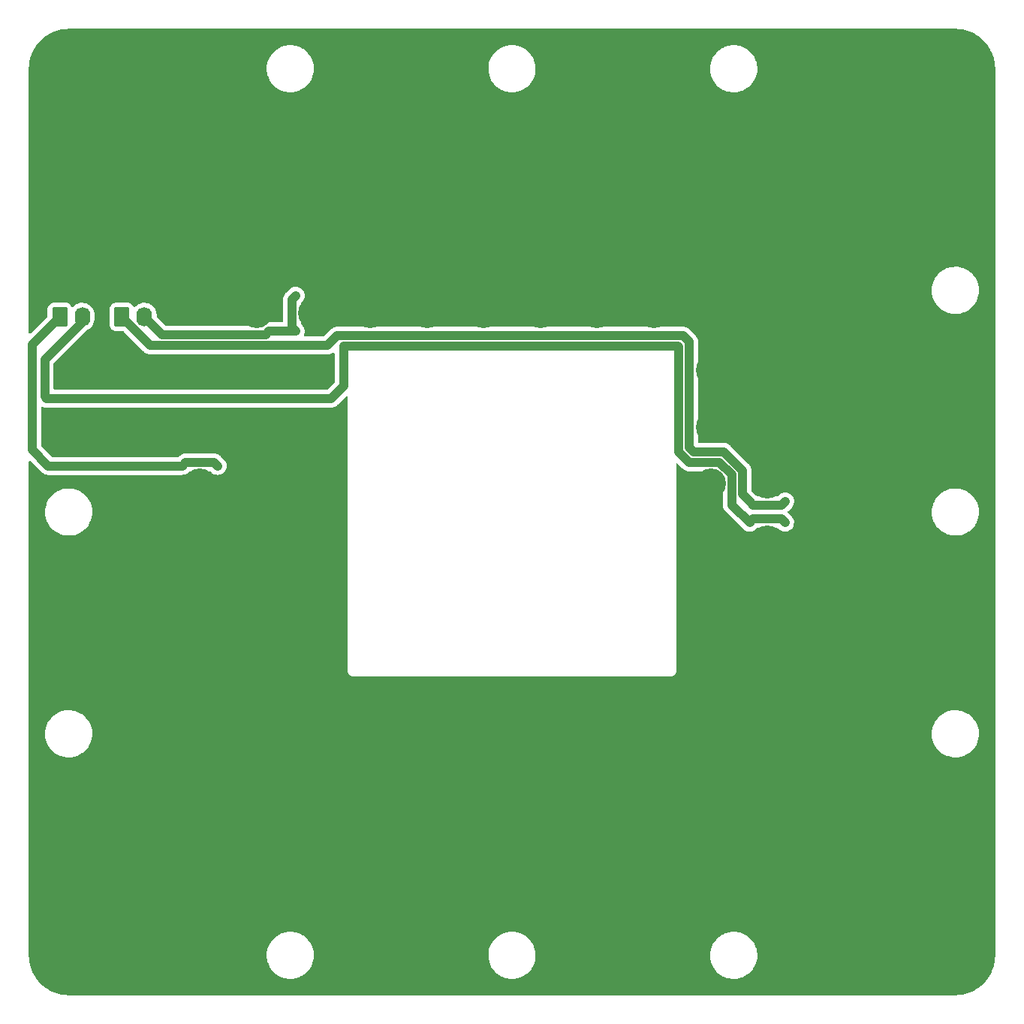
<source format=gbr>
%TF.GenerationSoftware,KiCad,Pcbnew,(6.0.5)*%
%TF.CreationDate,2022-06-16T08:04:58-07:00*%
%TF.ProjectId,LED,4c45442e-6b69-4636-9164-5f7063625858,rev?*%
%TF.SameCoordinates,Original*%
%TF.FileFunction,Copper,L2,Bot*%
%TF.FilePolarity,Positive*%
%FSLAX46Y46*%
G04 Gerber Fmt 4.6, Leading zero omitted, Abs format (unit mm)*
G04 Created by KiCad (PCBNEW (6.0.5)) date 2022-06-16 08:04:58*
%MOMM*%
%LPD*%
G01*
G04 APERTURE LIST*
G04 Aperture macros list*
%AMRoundRect*
0 Rectangle with rounded corners*
0 $1 Rounding radius*
0 $2 $3 $4 $5 $6 $7 $8 $9 X,Y pos of 4 corners*
0 Add a 4 corners polygon primitive as box body*
4,1,4,$2,$3,$4,$5,$6,$7,$8,$9,$2,$3,0*
0 Add four circle primitives for the rounded corners*
1,1,$1+$1,$2,$3*
1,1,$1+$1,$4,$5*
1,1,$1+$1,$6,$7*
1,1,$1+$1,$8,$9*
0 Add four rect primitives between the rounded corners*
20,1,$1+$1,$2,$3,$4,$5,0*
20,1,$1+$1,$4,$5,$6,$7,0*
20,1,$1+$1,$6,$7,$8,$9,0*
20,1,$1+$1,$8,$9,$2,$3,0*%
G04 Aperture macros list end*
%TA.AperFunction,ComponentPad*%
%ADD10C,3.400000*%
%TD*%
%TA.AperFunction,ComponentPad*%
%ADD11RoundRect,3.250000X-3.250000X-3.250000X3.250000X-3.250000X3.250000X3.250000X-3.250000X3.250000X0*%
%TD*%
%TA.AperFunction,ComponentPad*%
%ADD12RoundRect,0.250000X-0.620000X-0.845000X0.620000X-0.845000X0.620000X0.845000X-0.620000X0.845000X0*%
%TD*%
%TA.AperFunction,ComponentPad*%
%ADD13O,1.740000X2.190000*%
%TD*%
%TA.AperFunction,ViaPad*%
%ADD14C,0.800000*%
%TD*%
%TA.AperFunction,Conductor*%
%ADD15C,1.000000*%
%TD*%
G04 APERTURE END LIST*
D10*
%TO.P,D42,5,5*%
%TO.N,GND*%
X178799995Y-83999997D03*
%TD*%
D11*
%TO.P,U1,1,1*%
%TO.N,GND*%
X194999995Y-144999997D03*
%TD*%
D10*
%TO.P,D47,5,5*%
%TO.N,GND*%
X178799995Y-115999997D03*
%TD*%
%TO.P,D38,5,5*%
%TO.N,GND*%
X165999995Y-71199997D03*
%TD*%
D12*
%TO.P,J2,1,Pin_1*%
%TO.N,Net-(D88-Pad2)*%
X98999995Y-77999997D03*
D13*
%TO.P,J2,2,Pin_2*%
%TO.N,Net-(D45-Pad1)*%
X101539995Y-77999997D03*
%TD*%
D10*
%TO.P,D3,5,5*%
%TO.N,GND*%
X140399995Y-77599997D03*
%TD*%
%TO.P,D2,5,5*%
%TO.N,GND*%
X133999995Y-77599997D03*
%TD*%
%TO.P,D48,5,5*%
%TO.N,GND*%
X178799995Y-122399997D03*
%TD*%
%TO.P,D1,5,5*%
%TO.N,GND*%
X127599995Y-77599997D03*
%TD*%
%TO.P,D55,5,5*%
%TO.N,GND*%
X140399995Y-128799997D03*
%TD*%
%TO.P,D4,5,5*%
%TO.N,GND*%
X146799995Y-77599997D03*
%TD*%
%TO.P,D82,5,5*%
%TO.N,GND*%
X146799995Y-135199997D03*
%TD*%
%TO.P,D32,5,5*%
%TO.N,GND*%
X127599995Y-71199997D03*
%TD*%
%TO.P,D76,5,5*%
%TO.N,GND*%
X185199995Y-103199997D03*
%TD*%
%TO.P,D75,5,5*%
%TO.N,GND*%
X185199995Y-96799997D03*
%TD*%
%TO.P,D70,5,5*%
%TO.N,GND*%
X153199995Y-64799997D03*
%TD*%
%TO.P,D87,5,5*%
%TO.N,GND*%
X114799995Y-103199997D03*
%TD*%
%TO.P,D26,5,5*%
%TO.N,GND*%
X127599995Y-96799997D03*
%TD*%
%TO.P,D13,5,5*%
%TO.N,GND*%
X172399995Y-109599997D03*
%TD*%
%TO.P,D53,5,5*%
%TO.N,GND*%
X153199995Y-128799997D03*
%TD*%
%TO.P,D86,5,5*%
%TO.N,GND*%
X114799995Y-109599997D03*
%TD*%
%TO.P,D8,5,5*%
%TO.N,GND*%
X172399995Y-77599997D03*
%TD*%
%TO.P,D62,5,5*%
%TO.N,GND*%
X121199995Y-103199997D03*
%TD*%
%TO.P,D65,5,5*%
%TO.N,GND*%
X114799995Y-90399997D03*
%TD*%
%TO.P,D7,5,5*%
%TO.N,GND*%
X165999995Y-77599997D03*
%TD*%
%TO.P,D25,5,5*%
%TO.N,GND*%
X127599995Y-103199997D03*
%TD*%
D11*
%TO.P,U2,1,1*%
%TO.N,GND*%
X104999995Y-54999997D03*
%TD*%
D10*
%TO.P,D27,5,5*%
%TO.N,GND*%
X127599995Y-90399997D03*
%TD*%
%TO.P,D49,5,5*%
%TO.N,GND*%
X178799995Y-128799997D03*
%TD*%
%TO.P,D15,5,5*%
%TO.N,GND*%
X172399995Y-122399997D03*
%TD*%
%TO.P,D22,5,5*%
%TO.N,GND*%
X127599995Y-122399997D03*
%TD*%
%TO.P,D44,5,5*%
%TO.N,GND*%
X178799995Y-96799997D03*
%TD*%
%TO.P,D40,5,5*%
%TO.N,GND*%
X178799995Y-71199997D03*
%TD*%
%TO.P,D35,5,5*%
%TO.N,GND*%
X146799995Y-71199997D03*
%TD*%
%TO.P,D9,5,5*%
%TO.N,GND*%
X172399995Y-83999997D03*
%TD*%
%TO.P,D30,5,5*%
%TO.N,GND*%
X121199995Y-77599997D03*
%TD*%
%TO.P,D28,5,5*%
%TO.N,GND*%
X127599995Y-83999997D03*
%TD*%
%TO.P,D50,5,5*%
%TO.N,GND*%
X172399995Y-128799997D03*
%TD*%
%TO.P,D84,5,5*%
%TO.N,GND*%
X133999995Y-135199997D03*
%TD*%
%TO.P,D67,5,5*%
%TO.N,GND*%
X133999995Y-64799997D03*
%TD*%
%TO.P,D73,5,5*%
%TO.N,GND*%
X185199995Y-83999997D03*
%TD*%
%TO.P,D31,5,5*%
%TO.N,GND*%
X121199995Y-71199997D03*
%TD*%
%TO.P,D56,5,5*%
%TO.N,GND*%
X133999995Y-128799997D03*
%TD*%
%TO.P,D85,5,5*%
%TO.N,GND*%
X114799995Y-115999997D03*
%TD*%
%TO.P,D14,5,5*%
%TO.N,GND*%
X172399995Y-115999997D03*
%TD*%
%TO.P,D6,5,5*%
%TO.N,GND*%
X159599995Y-77599997D03*
%TD*%
%TO.P,D18,5,5*%
%TO.N,GND*%
X153199995Y-122399997D03*
%TD*%
%TO.P,D21,5,5*%
%TO.N,GND*%
X133999995Y-122399997D03*
%TD*%
%TO.P,D10,5,5*%
%TO.N,GND*%
X172399995Y-90399997D03*
%TD*%
%TO.P,D61,5,5*%
%TO.N,GND*%
X121199995Y-109599997D03*
%TD*%
%TO.P,D81,5,5*%
%TO.N,GND*%
X153199995Y-135199997D03*
%TD*%
D12*
%TO.P,J1,1,Pin_1*%
%TO.N,Net-(D44-Pad2)*%
X105999995Y-77999997D03*
D13*
%TO.P,J1,2,Pin_2*%
%TO.N,Net-(D1-Pad1)*%
X108539995Y-77999997D03*
%TD*%
D10*
%TO.P,D80,5,5*%
%TO.N,GND*%
X159599995Y-135199997D03*
%TD*%
%TO.P,D29,5,5*%
%TO.N,GND*%
X121199995Y-83999997D03*
%TD*%
%TO.P,D64,5,5*%
%TO.N,GND*%
X121199995Y-90399997D03*
%TD*%
%TO.P,D79,5,5*%
%TO.N,GND*%
X165999995Y-135199997D03*
%TD*%
%TO.P,D37,5,5*%
%TO.N,GND*%
X159599995Y-71199997D03*
%TD*%
D11*
%TO.P,U4,1,1*%
%TO.N,GND*%
X104999995Y-144999997D03*
%TD*%
D10*
%TO.P,D83,5,5*%
%TO.N,GND*%
X140399995Y-135199997D03*
%TD*%
%TO.P,D72,5,5*%
%TO.N,GND*%
X165999995Y-64799997D03*
%TD*%
%TO.P,D33,5,5*%
%TO.N,GND*%
X133999995Y-71199997D03*
%TD*%
%TO.P,D78,5,5*%
%TO.N,GND*%
X185199995Y-115999997D03*
%TD*%
%TO.P,D45,5,5*%
%TO.N,GND*%
X178799995Y-103199997D03*
%TD*%
%TO.P,D43,5,5*%
%TO.N,GND*%
X178799995Y-90399997D03*
%TD*%
D11*
%TO.P,U3,1,1*%
%TO.N,GND*%
X194999995Y-54999997D03*
%TD*%
D10*
%TO.P,D12,5,5*%
%TO.N,GND*%
X172399995Y-103199997D03*
%TD*%
%TO.P,D34,5,5*%
%TO.N,GND*%
X140399995Y-71199997D03*
%TD*%
%TO.P,D19,5,5*%
%TO.N,GND*%
X146799995Y-122399997D03*
%TD*%
%TO.P,D74,5,5*%
%TO.N,GND*%
X185199995Y-90399997D03*
%TD*%
%TO.P,D60,5,5*%
%TO.N,GND*%
X121199995Y-115999997D03*
%TD*%
%TO.P,D69,5,5*%
%TO.N,GND*%
X146799995Y-64799997D03*
%TD*%
%TO.P,D11,5,5*%
%TO.N,GND*%
X172399995Y-96799997D03*
%TD*%
%TO.P,D59,5,5*%
%TO.N,GND*%
X121199995Y-122399997D03*
%TD*%
%TO.P,D16,5,5*%
%TO.N,GND*%
X165999995Y-122399997D03*
%TD*%
%TO.P,D88,5,5*%
%TO.N,GND*%
X114799995Y-96799997D03*
%TD*%
%TO.P,D36,5,5*%
%TO.N,GND*%
X153199995Y-71199997D03*
%TD*%
%TO.P,D39,5,5*%
%TO.N,GND*%
X172399995Y-71199997D03*
%TD*%
%TO.P,D52,5,5*%
%TO.N,GND*%
X159599995Y-128799997D03*
%TD*%
%TO.P,D54,5,5*%
%TO.N,GND*%
X146799995Y-128799997D03*
%TD*%
%TO.P,D71,5,5*%
%TO.N,GND*%
X159599995Y-64799997D03*
%TD*%
%TO.P,D57,5,5*%
%TO.N,GND*%
X127599995Y-128799997D03*
%TD*%
%TO.P,D66,5,5*%
%TO.N,GND*%
X114799995Y-83999997D03*
%TD*%
%TO.P,D77,5,5*%
%TO.N,GND*%
X185199995Y-109599997D03*
%TD*%
%TO.P,D5,5,5*%
%TO.N,GND*%
X153199995Y-77599997D03*
%TD*%
%TO.P,D58,5,5*%
%TO.N,GND*%
X121199995Y-128799997D03*
%TD*%
%TO.P,D17,5,5*%
%TO.N,GND*%
X159599995Y-122399997D03*
%TD*%
%TO.P,D68,5,5*%
%TO.N,GND*%
X140399995Y-64799997D03*
%TD*%
%TO.P,D63,5,5*%
%TO.N,GND*%
X121199995Y-96799997D03*
%TD*%
%TO.P,D23,5,5*%
%TO.N,GND*%
X127599995Y-115999997D03*
%TD*%
%TO.P,D46,5,5*%
%TO.N,GND*%
X178799995Y-109599997D03*
%TD*%
%TO.P,D51,5,5*%
%TO.N,GND*%
X165999995Y-128799997D03*
%TD*%
%TO.P,D41,5,5*%
%TO.N,GND*%
X178799995Y-77599997D03*
%TD*%
%TO.P,D20,5,5*%
%TO.N,GND*%
X140399995Y-122399997D03*
%TD*%
%TO.P,D24,5,5*%
%TO.N,GND*%
X127599995Y-109599997D03*
%TD*%
D14*
%TO.N,Net-(D1-Pad1)*%
X125200484Y-77599508D03*
X125599995Y-75599997D03*
X125599995Y-79599997D03*
X125200484Y-76599508D03*
X125200484Y-78699508D03*
%TO.N,Net-(D44-Pad2)*%
X180799995Y-98799997D03*
X176799995Y-98799997D03*
X178900484Y-99199508D03*
X179900484Y-99199508D03*
X177800484Y-99199508D03*
%TO.N,Net-(D45-Pad1)*%
X177799506Y-100800486D03*
X179899506Y-100800486D03*
X178899506Y-100800486D03*
X180799995Y-101199997D03*
X176799995Y-101199997D03*
%TO.N,Net-(D88-Pad2)*%
X116799995Y-94799997D03*
X112799995Y-94799997D03*
X114799506Y-94400486D03*
X113799506Y-94400486D03*
X115799506Y-94400486D03*
%TD*%
D15*
%TO.N,Net-(D1-Pad1)*%
X125599995Y-75599997D02*
X125200484Y-75999508D01*
X125200484Y-79200486D02*
X125599995Y-79599997D01*
X122593417Y-79599997D02*
X122193906Y-79999508D01*
X125200484Y-75999508D02*
X125200484Y-79200486D01*
X110539506Y-79999508D02*
X108539995Y-77999997D01*
X125599995Y-79599997D02*
X122593417Y-79599997D01*
X122193906Y-79999508D02*
X110539506Y-79999508D01*
%TO.N,Net-(D44-Pad2)*%
X176799995Y-98799997D02*
X175999016Y-97999018D01*
X170497338Y-93200976D02*
X169999506Y-92703144D01*
X179900484Y-99199508D02*
X180400484Y-99199508D01*
X173890759Y-93200975D02*
X170497338Y-93200976D01*
X169999505Y-80799507D02*
X169300484Y-80100486D01*
X178900484Y-99199508D02*
X179900484Y-99199508D01*
X109199017Y-81199019D02*
X105999995Y-77999997D01*
X169300484Y-80100486D02*
X130303142Y-80100486D01*
X130303142Y-80100486D02*
X129204609Y-81199019D01*
X169999506Y-92703144D02*
X169999505Y-80799507D01*
X177800484Y-99199508D02*
X178900484Y-99199508D01*
X129204609Y-81199019D02*
X109199017Y-81199019D01*
X177199506Y-99199508D02*
X177800484Y-99199508D01*
X176799995Y-98799997D02*
X177199506Y-99199508D01*
X180400484Y-99199508D02*
X180799995Y-98799997D01*
X175999016Y-95309232D02*
X173890759Y-93200975D01*
X175999016Y-97999018D02*
X175999016Y-95309232D01*
%TO.N,Net-(D45-Pad1)*%
X129599995Y-87199997D02*
X97499995Y-87199997D01*
X179899506Y-100800486D02*
X178899506Y-100800486D01*
X168699995Y-81299997D02*
X130999995Y-81299997D01*
X97299995Y-86999997D02*
X97299995Y-82799997D01*
X130999995Y-81299997D02*
X130999995Y-85799997D01*
X174799506Y-99199508D02*
X174799506Y-95806086D01*
X178899506Y-100800486D02*
X177799506Y-100800486D01*
X173393906Y-94400486D02*
X170000484Y-94400486D01*
X177799506Y-100800486D02*
X177199506Y-100800486D01*
X170000484Y-94400486D02*
X168799995Y-93199997D01*
X174799506Y-95806086D02*
X173393906Y-94400486D01*
X180799995Y-101199997D02*
X180400484Y-100800486D01*
X97299995Y-82799997D02*
X101539995Y-78559997D01*
X180400484Y-100800486D02*
X179899506Y-100800486D01*
X101539995Y-78559997D02*
X101539995Y-77999997D01*
X168799995Y-93199997D02*
X168799995Y-81399997D01*
X168799995Y-81399997D02*
X168699995Y-81299997D01*
X176799995Y-101199997D02*
X174799506Y-99199508D01*
X97499995Y-87199997D02*
X97299995Y-86999997D01*
X177199506Y-100800486D02*
X176799995Y-101199997D01*
X130999995Y-85799997D02*
X129599995Y-87199997D01*
%TO.N,Net-(D88-Pad2)*%
X115799506Y-94400486D02*
X114799506Y-94400486D01*
X97699995Y-94799997D02*
X112799995Y-94799997D01*
X95899995Y-92999997D02*
X97699995Y-94799997D01*
X116799995Y-94799997D02*
X116400484Y-94400486D01*
X98999995Y-77999997D02*
X95899995Y-81099997D01*
X113799506Y-94400486D02*
X113199506Y-94400486D01*
X116400484Y-94400486D02*
X115799506Y-94400486D01*
X113199506Y-94400486D02*
X112799995Y-94799997D01*
X95899995Y-81099997D02*
X95899995Y-92999997D01*
X114799506Y-94400486D02*
X113799506Y-94400486D01*
%TD*%
%TA.AperFunction,Conductor*%
%TO.N,GND*%
G36*
X199970014Y-45509997D02*
G01*
X199984847Y-45512307D01*
X199984851Y-45512307D01*
X199993720Y-45513688D01*
X200014179Y-45511013D01*
X200036004Y-45510069D01*
X200385961Y-45525348D01*
X200396909Y-45526306D01*
X200774494Y-45576015D01*
X200785303Y-45577922D01*
X201107271Y-45649300D01*
X201157110Y-45660349D01*
X201167727Y-45663194D01*
X201530938Y-45777713D01*
X201541252Y-45781466D01*
X201893121Y-45927215D01*
X201903065Y-45931853D01*
X202240865Y-46107700D01*
X202250385Y-46113196D01*
X202571572Y-46317815D01*
X202580576Y-46324119D01*
X202882721Y-46555962D01*
X202891141Y-46563028D01*
X203171914Y-46820308D01*
X203179687Y-46828081D01*
X203436974Y-47108861D01*
X203444039Y-47117281D01*
X203675871Y-47419410D01*
X203682176Y-47428414D01*
X203886797Y-47749605D01*
X203892293Y-47759124D01*
X203970630Y-47909606D01*
X204029835Y-48023337D01*
X204068142Y-48096924D01*
X204072785Y-48106880D01*
X204218528Y-48458735D01*
X204222284Y-48469057D01*
X204322675Y-48787454D01*
X204336804Y-48832265D01*
X204339648Y-48842881D01*
X204375780Y-49005857D01*
X204422075Y-49214682D01*
X204423983Y-49225499D01*
X204447565Y-49404624D01*
X204473693Y-49603083D01*
X204474651Y-49614033D01*
X204489604Y-49956510D01*
X204488224Y-49981388D01*
X204486304Y-49993721D01*
X204487468Y-50002623D01*
X204487468Y-50002625D01*
X204490431Y-50025280D01*
X204491495Y-50041618D01*
X204491495Y-149950630D01*
X204489995Y-149970015D01*
X204487685Y-149984848D01*
X204487685Y-149984852D01*
X204486304Y-149993721D01*
X204488979Y-150014180D01*
X204489923Y-150036005D01*
X204475478Y-150366857D01*
X204474644Y-150385961D01*
X204473686Y-150396910D01*
X204435679Y-150685604D01*
X204423977Y-150774487D01*
X204422069Y-150785304D01*
X204374195Y-151001251D01*
X204339642Y-151157111D01*
X204336797Y-151167728D01*
X204324826Y-151205698D01*
X204222281Y-151530930D01*
X204218525Y-151541251D01*
X204103404Y-151819179D01*
X204072780Y-151893111D01*
X204068138Y-151903064D01*
X203892291Y-152240864D01*
X203886796Y-152250382D01*
X203822202Y-152351774D01*
X203682171Y-152571579D01*
X203675866Y-152580583D01*
X203444034Y-152882712D01*
X203436969Y-152891132D01*
X203347177Y-152989123D01*
X203179685Y-153171909D01*
X203171910Y-153179684D01*
X202891137Y-153436965D01*
X202882717Y-153444031D01*
X202580573Y-153675873D01*
X202571569Y-153682177D01*
X202250385Y-153886795D01*
X202250383Y-153886796D01*
X202240864Y-153892291D01*
X201903063Y-154068139D01*
X201893119Y-154072777D01*
X201541250Y-154218526D01*
X201530936Y-154222279D01*
X201167727Y-154336798D01*
X201157110Y-154339643D01*
X200785302Y-154422070D01*
X200774493Y-154423977D01*
X200396910Y-154473686D01*
X200385961Y-154474644D01*
X200043435Y-154489599D01*
X200018552Y-154488218D01*
X200015145Y-154487687D01*
X200015140Y-154487687D01*
X200006272Y-154486306D01*
X199997370Y-154487470D01*
X199997367Y-154487470D01*
X199974711Y-154490433D01*
X199958374Y-154491497D01*
X100049363Y-154491497D01*
X100029978Y-154489997D01*
X100015145Y-154487687D01*
X100015141Y-154487687D01*
X100006272Y-154486306D01*
X99985813Y-154488981D01*
X99963988Y-154489925D01*
X99659874Y-154476647D01*
X99614034Y-154474645D01*
X99603083Y-154473687D01*
X99225505Y-154423977D01*
X99214681Y-154422068D01*
X98842883Y-154339643D01*
X98832265Y-154336798D01*
X98469058Y-154222278D01*
X98458739Y-154218523D01*
X98106875Y-154072776D01*
X98096931Y-154068138D01*
X97759130Y-153892290D01*
X97749611Y-153886795D01*
X97428417Y-153682171D01*
X97419413Y-153675866D01*
X97117285Y-153444034D01*
X97108865Y-153436969D01*
X97011054Y-153347342D01*
X96828081Y-153179678D01*
X96820312Y-153171909D01*
X96563032Y-152891137D01*
X96555966Y-152882717D01*
X96324124Y-152580573D01*
X96317820Y-152571569D01*
X96113202Y-152250383D01*
X96107706Y-152240863D01*
X96075741Y-152179458D01*
X95931859Y-151903063D01*
X95927221Y-151893119D01*
X95781472Y-151541250D01*
X95777719Y-151530937D01*
X95663200Y-151167727D01*
X95660355Y-151157110D01*
X95606574Y-150914519D01*
X95577928Y-150785303D01*
X95576020Y-150774486D01*
X95565296Y-150693024D01*
X95526312Y-150396910D01*
X95525354Y-150385961D01*
X95520824Y-150282214D01*
X95510532Y-150046482D01*
X122336849Y-150046482D01*
X122337151Y-150050317D01*
X122355103Y-150278414D01*
X122362365Y-150370692D01*
X122427201Y-150689375D01*
X122530393Y-150997781D01*
X122670400Y-151291313D01*
X122845136Y-151565594D01*
X122847579Y-151568557D01*
X122847580Y-151568559D01*
X123030232Y-151790133D01*
X123051996Y-151816535D01*
X123287897Y-152040396D01*
X123549321Y-152233840D01*
X123690846Y-152313911D01*
X123829014Y-152392083D01*
X123829018Y-152392085D01*
X123832371Y-152393982D01*
X124132827Y-152518435D01*
X124236283Y-152547126D01*
X124442495Y-152604314D01*
X124442503Y-152604316D01*
X124446211Y-152605344D01*
X124767851Y-152653413D01*
X124771149Y-152653557D01*
X124882913Y-152658437D01*
X124882917Y-152658437D01*
X124884289Y-152658497D01*
X125082593Y-152658497D01*
X125324600Y-152643695D01*
X125328383Y-152642994D01*
X125328390Y-152642993D01*
X125528454Y-152605913D01*
X125644367Y-152584430D01*
X125853677Y-152518435D01*
X125950855Y-152487795D01*
X125950858Y-152487794D01*
X125954527Y-152486637D01*
X125958024Y-152485043D01*
X125958030Y-152485041D01*
X126246949Y-152353373D01*
X126246953Y-152353371D01*
X126250457Y-152351774D01*
X126253739Y-152349763D01*
X126524468Y-152183860D01*
X126524471Y-152183858D01*
X126527746Y-152181851D01*
X126530750Y-152179461D01*
X126530755Y-152179458D01*
X126655003Y-152080626D01*
X126782259Y-151979402D01*
X126784953Y-151976661D01*
X126784957Y-151976657D01*
X127007508Y-151750187D01*
X127007512Y-151750182D01*
X127010203Y-151747444D01*
X127168415Y-151541259D01*
X127205830Y-151492499D01*
X127205832Y-151492495D01*
X127208180Y-151489436D01*
X127373237Y-151209224D01*
X127502915Y-150910985D01*
X127595280Y-150599166D01*
X127648956Y-150278414D01*
X127659082Y-150046482D01*
X147336849Y-150046482D01*
X147337151Y-150050317D01*
X147355103Y-150278414D01*
X147362365Y-150370692D01*
X147427201Y-150689375D01*
X147530393Y-150997781D01*
X147670400Y-151291313D01*
X147845136Y-151565594D01*
X147847579Y-151568557D01*
X147847580Y-151568559D01*
X148030232Y-151790133D01*
X148051996Y-151816535D01*
X148287897Y-152040396D01*
X148549321Y-152233840D01*
X148690846Y-152313911D01*
X148829014Y-152392083D01*
X148829018Y-152392085D01*
X148832371Y-152393982D01*
X149132827Y-152518435D01*
X149236283Y-152547126D01*
X149442495Y-152604314D01*
X149442503Y-152604316D01*
X149446211Y-152605344D01*
X149767851Y-152653413D01*
X149771149Y-152653557D01*
X149882913Y-152658437D01*
X149882917Y-152658437D01*
X149884289Y-152658497D01*
X150082593Y-152658497D01*
X150324600Y-152643695D01*
X150328383Y-152642994D01*
X150328390Y-152642993D01*
X150528454Y-152605913D01*
X150644367Y-152584430D01*
X150853677Y-152518435D01*
X150950855Y-152487795D01*
X150950858Y-152487794D01*
X150954527Y-152486637D01*
X150958024Y-152485043D01*
X150958030Y-152485041D01*
X151246949Y-152353373D01*
X151246953Y-152353371D01*
X151250457Y-152351774D01*
X151253739Y-152349763D01*
X151524468Y-152183860D01*
X151524471Y-152183858D01*
X151527746Y-152181851D01*
X151530750Y-152179461D01*
X151530755Y-152179458D01*
X151655003Y-152080626D01*
X151782259Y-151979402D01*
X151784953Y-151976661D01*
X151784957Y-151976657D01*
X152007508Y-151750187D01*
X152007512Y-151750182D01*
X152010203Y-151747444D01*
X152168415Y-151541259D01*
X152205830Y-151492499D01*
X152205832Y-151492495D01*
X152208180Y-151489436D01*
X152373237Y-151209224D01*
X152502915Y-150910985D01*
X152595280Y-150599166D01*
X152648956Y-150278414D01*
X152659082Y-150046482D01*
X172336849Y-150046482D01*
X172337151Y-150050317D01*
X172355103Y-150278414D01*
X172362365Y-150370692D01*
X172427201Y-150689375D01*
X172530393Y-150997781D01*
X172670400Y-151291313D01*
X172845136Y-151565594D01*
X172847579Y-151568557D01*
X172847580Y-151568559D01*
X173030232Y-151790133D01*
X173051996Y-151816535D01*
X173287897Y-152040396D01*
X173549321Y-152233840D01*
X173690846Y-152313911D01*
X173829014Y-152392083D01*
X173829018Y-152392085D01*
X173832371Y-152393982D01*
X174132827Y-152518435D01*
X174236283Y-152547126D01*
X174442495Y-152604314D01*
X174442503Y-152604316D01*
X174446211Y-152605344D01*
X174767851Y-152653413D01*
X174771149Y-152653557D01*
X174882913Y-152658437D01*
X174882917Y-152658437D01*
X174884289Y-152658497D01*
X175082593Y-152658497D01*
X175324600Y-152643695D01*
X175328383Y-152642994D01*
X175328390Y-152642993D01*
X175528454Y-152605913D01*
X175644367Y-152584430D01*
X175853677Y-152518435D01*
X175950855Y-152487795D01*
X175950858Y-152487794D01*
X175954527Y-152486637D01*
X175958024Y-152485043D01*
X175958030Y-152485041D01*
X176246949Y-152353373D01*
X176246953Y-152353371D01*
X176250457Y-152351774D01*
X176253739Y-152349763D01*
X176524468Y-152183860D01*
X176524471Y-152183858D01*
X176527746Y-152181851D01*
X176530750Y-152179461D01*
X176530755Y-152179458D01*
X176655003Y-152080626D01*
X176782259Y-151979402D01*
X176784953Y-151976661D01*
X176784957Y-151976657D01*
X177007508Y-151750187D01*
X177007512Y-151750182D01*
X177010203Y-151747444D01*
X177168415Y-151541259D01*
X177205830Y-151492499D01*
X177205832Y-151492495D01*
X177208180Y-151489436D01*
X177373237Y-151209224D01*
X177502915Y-150910985D01*
X177595280Y-150599166D01*
X177648956Y-150278414D01*
X177663141Y-149953512D01*
X177650383Y-149791407D01*
X177637927Y-149633137D01*
X177637927Y-149633134D01*
X177637625Y-149629302D01*
X177572789Y-149310619D01*
X177469597Y-149002213D01*
X177329590Y-148708681D01*
X177154854Y-148434400D01*
X177007465Y-148255603D01*
X176950437Y-148186422D01*
X176950433Y-148186417D01*
X176947994Y-148183459D01*
X176712093Y-147959598D01*
X176450669Y-147766154D01*
X176245776Y-147650231D01*
X176170976Y-147607911D01*
X176170972Y-147607909D01*
X176167619Y-147606012D01*
X175867163Y-147481559D01*
X175763707Y-147452868D01*
X175557495Y-147395680D01*
X175557487Y-147395678D01*
X175553779Y-147394650D01*
X175232139Y-147346581D01*
X175228841Y-147346437D01*
X175117077Y-147341557D01*
X175117073Y-147341557D01*
X175115701Y-147341497D01*
X174917397Y-147341497D01*
X174675390Y-147356299D01*
X174671607Y-147357000D01*
X174671600Y-147357001D01*
X174515506Y-147385932D01*
X174355623Y-147415564D01*
X174171053Y-147473759D01*
X174049135Y-147512199D01*
X174049132Y-147512200D01*
X174045463Y-147513357D01*
X174041966Y-147514951D01*
X174041960Y-147514953D01*
X173753041Y-147646621D01*
X173753037Y-147646623D01*
X173749533Y-147648220D01*
X173472244Y-147818143D01*
X173469240Y-147820533D01*
X173469235Y-147820536D01*
X173344988Y-147919367D01*
X173217731Y-148020592D01*
X173215037Y-148023333D01*
X173215033Y-148023337D01*
X172992482Y-148249807D01*
X172992478Y-148249812D01*
X172989787Y-148252550D01*
X172791810Y-148510558D01*
X172626753Y-148790770D01*
X172497075Y-149089009D01*
X172404710Y-149400828D01*
X172351034Y-149721580D01*
X172336849Y-150046482D01*
X152659082Y-150046482D01*
X152663141Y-149953512D01*
X152650383Y-149791407D01*
X152637927Y-149633137D01*
X152637927Y-149633134D01*
X152637625Y-149629302D01*
X152572789Y-149310619D01*
X152469597Y-149002213D01*
X152329590Y-148708681D01*
X152154854Y-148434400D01*
X152007465Y-148255603D01*
X151950437Y-148186422D01*
X151950433Y-148186417D01*
X151947994Y-148183459D01*
X151712093Y-147959598D01*
X151450669Y-147766154D01*
X151245776Y-147650231D01*
X151170976Y-147607911D01*
X151170972Y-147607909D01*
X151167619Y-147606012D01*
X150867163Y-147481559D01*
X150763707Y-147452868D01*
X150557495Y-147395680D01*
X150557487Y-147395678D01*
X150553779Y-147394650D01*
X150232139Y-147346581D01*
X150228841Y-147346437D01*
X150117077Y-147341557D01*
X150117073Y-147341557D01*
X150115701Y-147341497D01*
X149917397Y-147341497D01*
X149675390Y-147356299D01*
X149671607Y-147357000D01*
X149671600Y-147357001D01*
X149515506Y-147385932D01*
X149355623Y-147415564D01*
X149171053Y-147473759D01*
X149049135Y-147512199D01*
X149049132Y-147512200D01*
X149045463Y-147513357D01*
X149041966Y-147514951D01*
X149041960Y-147514953D01*
X148753041Y-147646621D01*
X148753037Y-147646623D01*
X148749533Y-147648220D01*
X148472244Y-147818143D01*
X148469240Y-147820533D01*
X148469235Y-147820536D01*
X148344988Y-147919367D01*
X148217731Y-148020592D01*
X148215037Y-148023333D01*
X148215033Y-148023337D01*
X147992482Y-148249807D01*
X147992478Y-148249812D01*
X147989787Y-148252550D01*
X147791810Y-148510558D01*
X147626753Y-148790770D01*
X147497075Y-149089009D01*
X147404710Y-149400828D01*
X147351034Y-149721580D01*
X147336849Y-150046482D01*
X127659082Y-150046482D01*
X127663141Y-149953512D01*
X127650383Y-149791407D01*
X127637927Y-149633137D01*
X127637927Y-149633134D01*
X127637625Y-149629302D01*
X127572789Y-149310619D01*
X127469597Y-149002213D01*
X127329590Y-148708681D01*
X127154854Y-148434400D01*
X127007465Y-148255603D01*
X126950437Y-148186422D01*
X126950433Y-148186417D01*
X126947994Y-148183459D01*
X126712093Y-147959598D01*
X126450669Y-147766154D01*
X126245776Y-147650231D01*
X126170976Y-147607911D01*
X126170972Y-147607909D01*
X126167619Y-147606012D01*
X125867163Y-147481559D01*
X125763707Y-147452868D01*
X125557495Y-147395680D01*
X125557487Y-147395678D01*
X125553779Y-147394650D01*
X125232139Y-147346581D01*
X125228841Y-147346437D01*
X125117077Y-147341557D01*
X125117073Y-147341557D01*
X125115701Y-147341497D01*
X124917397Y-147341497D01*
X124675390Y-147356299D01*
X124671607Y-147357000D01*
X124671600Y-147357001D01*
X124515506Y-147385932D01*
X124355623Y-147415564D01*
X124171053Y-147473759D01*
X124049135Y-147512199D01*
X124049132Y-147512200D01*
X124045463Y-147513357D01*
X124041966Y-147514951D01*
X124041960Y-147514953D01*
X123753041Y-147646621D01*
X123753037Y-147646623D01*
X123749533Y-147648220D01*
X123472244Y-147818143D01*
X123469240Y-147820533D01*
X123469235Y-147820536D01*
X123344988Y-147919367D01*
X123217731Y-148020592D01*
X123215037Y-148023333D01*
X123215033Y-148023337D01*
X122992482Y-148249807D01*
X122992478Y-148249812D01*
X122989787Y-148252550D01*
X122791810Y-148510558D01*
X122626753Y-148790770D01*
X122497075Y-149089009D01*
X122404710Y-149400828D01*
X122351034Y-149721580D01*
X122336849Y-150046482D01*
X95510532Y-150046482D01*
X95510398Y-150043405D01*
X95511779Y-150018523D01*
X95512305Y-150015149D01*
X95512305Y-150015142D01*
X95513686Y-150006273D01*
X95509559Y-149974711D01*
X95508495Y-149958376D01*
X95508495Y-125046482D01*
X97336849Y-125046482D01*
X97337151Y-125050317D01*
X97355103Y-125278414D01*
X97362365Y-125370692D01*
X97427201Y-125689375D01*
X97530393Y-125997781D01*
X97670400Y-126291313D01*
X97845136Y-126565594D01*
X97847579Y-126568557D01*
X97847580Y-126568559D01*
X97997303Y-126750187D01*
X98051996Y-126816535D01*
X98287897Y-127040396D01*
X98549321Y-127233840D01*
X98690846Y-127313911D01*
X98829014Y-127392083D01*
X98829018Y-127392085D01*
X98832371Y-127393982D01*
X99132827Y-127518435D01*
X99236283Y-127547126D01*
X99442495Y-127604314D01*
X99442503Y-127604316D01*
X99446211Y-127605344D01*
X99767851Y-127653413D01*
X99771149Y-127653557D01*
X99882913Y-127658437D01*
X99882917Y-127658437D01*
X99884289Y-127658497D01*
X100082593Y-127658497D01*
X100324600Y-127643695D01*
X100328383Y-127642994D01*
X100328390Y-127642993D01*
X100528454Y-127605913D01*
X100644367Y-127584430D01*
X100853677Y-127518435D01*
X100950855Y-127487795D01*
X100950858Y-127487794D01*
X100954527Y-127486637D01*
X100958024Y-127485043D01*
X100958030Y-127485041D01*
X101246949Y-127353373D01*
X101246953Y-127353371D01*
X101250457Y-127351774D01*
X101527746Y-127181851D01*
X101530750Y-127179461D01*
X101530755Y-127179458D01*
X101655003Y-127080626D01*
X101782259Y-126979402D01*
X101784953Y-126976661D01*
X101784957Y-126976657D01*
X102007508Y-126750187D01*
X102007512Y-126750182D01*
X102010203Y-126747444D01*
X102208180Y-126489436D01*
X102373237Y-126209224D01*
X102502915Y-125910985D01*
X102595280Y-125599166D01*
X102648956Y-125278414D01*
X102659082Y-125046482D01*
X197336849Y-125046482D01*
X197337151Y-125050317D01*
X197355103Y-125278414D01*
X197362365Y-125370692D01*
X197427201Y-125689375D01*
X197530393Y-125997781D01*
X197670400Y-126291313D01*
X197845136Y-126565594D01*
X197847579Y-126568557D01*
X197847580Y-126568559D01*
X197997303Y-126750187D01*
X198051996Y-126816535D01*
X198287897Y-127040396D01*
X198549321Y-127233840D01*
X198690846Y-127313911D01*
X198829014Y-127392083D01*
X198829018Y-127392085D01*
X198832371Y-127393982D01*
X199132827Y-127518435D01*
X199236283Y-127547126D01*
X199442495Y-127604314D01*
X199442503Y-127604316D01*
X199446211Y-127605344D01*
X199767851Y-127653413D01*
X199771149Y-127653557D01*
X199882913Y-127658437D01*
X199882917Y-127658437D01*
X199884289Y-127658497D01*
X200082593Y-127658497D01*
X200324600Y-127643695D01*
X200328383Y-127642994D01*
X200328390Y-127642993D01*
X200528454Y-127605913D01*
X200644367Y-127584430D01*
X200853677Y-127518435D01*
X200950855Y-127487795D01*
X200950858Y-127487794D01*
X200954527Y-127486637D01*
X200958024Y-127485043D01*
X200958030Y-127485041D01*
X201246949Y-127353373D01*
X201246953Y-127353371D01*
X201250457Y-127351774D01*
X201527746Y-127181851D01*
X201530750Y-127179461D01*
X201530755Y-127179458D01*
X201655003Y-127080626D01*
X201782259Y-126979402D01*
X201784953Y-126976661D01*
X201784957Y-126976657D01*
X202007508Y-126750187D01*
X202007512Y-126750182D01*
X202010203Y-126747444D01*
X202208180Y-126489436D01*
X202373237Y-126209224D01*
X202502915Y-125910985D01*
X202595280Y-125599166D01*
X202648956Y-125278414D01*
X202663141Y-124953512D01*
X202650383Y-124791407D01*
X202637927Y-124633137D01*
X202637927Y-124633134D01*
X202637625Y-124629302D01*
X202572789Y-124310619D01*
X202469597Y-124002213D01*
X202329590Y-123708681D01*
X202154854Y-123434400D01*
X202007465Y-123255603D01*
X201950437Y-123186422D01*
X201950433Y-123186417D01*
X201947994Y-123183459D01*
X201712093Y-122959598D01*
X201450669Y-122766154D01*
X201245776Y-122650231D01*
X201170976Y-122607911D01*
X201170972Y-122607909D01*
X201167619Y-122606012D01*
X200867163Y-122481559D01*
X200763707Y-122452868D01*
X200557495Y-122395680D01*
X200557487Y-122395678D01*
X200553779Y-122394650D01*
X200232139Y-122346581D01*
X200228841Y-122346437D01*
X200117077Y-122341557D01*
X200117073Y-122341557D01*
X200115701Y-122341497D01*
X199917397Y-122341497D01*
X199675390Y-122356299D01*
X199671607Y-122357000D01*
X199671600Y-122357001D01*
X199515507Y-122385931D01*
X199355623Y-122415564D01*
X199171053Y-122473759D01*
X199049135Y-122512199D01*
X199049132Y-122512200D01*
X199045463Y-122513357D01*
X199041966Y-122514951D01*
X199041960Y-122514953D01*
X198753041Y-122646621D01*
X198753037Y-122646623D01*
X198749533Y-122648220D01*
X198472244Y-122818143D01*
X198469240Y-122820533D01*
X198469235Y-122820536D01*
X198344988Y-122919367D01*
X198217731Y-123020592D01*
X198215037Y-123023333D01*
X198215033Y-123023337D01*
X197992482Y-123249807D01*
X197992478Y-123249812D01*
X197989787Y-123252550D01*
X197791810Y-123510558D01*
X197626753Y-123790770D01*
X197497075Y-124089009D01*
X197404710Y-124400828D01*
X197351034Y-124721580D01*
X197336849Y-125046482D01*
X102659082Y-125046482D01*
X102663141Y-124953512D01*
X102650383Y-124791407D01*
X102637927Y-124633137D01*
X102637927Y-124633134D01*
X102637625Y-124629302D01*
X102572789Y-124310619D01*
X102469597Y-124002213D01*
X102329590Y-123708681D01*
X102154854Y-123434400D01*
X102007465Y-123255603D01*
X101950437Y-123186422D01*
X101950433Y-123186417D01*
X101947994Y-123183459D01*
X101712093Y-122959598D01*
X101450669Y-122766154D01*
X101245776Y-122650231D01*
X101170976Y-122607911D01*
X101170972Y-122607909D01*
X101167619Y-122606012D01*
X100867163Y-122481559D01*
X100763707Y-122452868D01*
X100557495Y-122395680D01*
X100557487Y-122395678D01*
X100553779Y-122394650D01*
X100232139Y-122346581D01*
X100228841Y-122346437D01*
X100117077Y-122341557D01*
X100117073Y-122341557D01*
X100115701Y-122341497D01*
X99917397Y-122341497D01*
X99675390Y-122356299D01*
X99671607Y-122357000D01*
X99671600Y-122357001D01*
X99515507Y-122385931D01*
X99355623Y-122415564D01*
X99171053Y-122473759D01*
X99049135Y-122512199D01*
X99049132Y-122512200D01*
X99045463Y-122513357D01*
X99041966Y-122514951D01*
X99041960Y-122514953D01*
X98753041Y-122646621D01*
X98753037Y-122646623D01*
X98749533Y-122648220D01*
X98472244Y-122818143D01*
X98469240Y-122820533D01*
X98469235Y-122820536D01*
X98344987Y-122919368D01*
X98217731Y-123020592D01*
X98215037Y-123023333D01*
X98215033Y-123023337D01*
X97992482Y-123249807D01*
X97992478Y-123249812D01*
X97989787Y-123252550D01*
X97791810Y-123510558D01*
X97626753Y-123790770D01*
X97497075Y-124089009D01*
X97404710Y-124400828D01*
X97351034Y-124721580D01*
X97336849Y-125046482D01*
X95508495Y-125046482D01*
X95508495Y-100046482D01*
X97336849Y-100046482D01*
X97340131Y-100088185D01*
X97355103Y-100278414D01*
X97362365Y-100370692D01*
X97427201Y-100689375D01*
X97530393Y-100997781D01*
X97670400Y-101291313D01*
X97845136Y-101565594D01*
X97847579Y-101568557D01*
X97847580Y-101568559D01*
X98013307Y-101769601D01*
X98051996Y-101816535D01*
X98287897Y-102040396D01*
X98290989Y-102042684D01*
X98295491Y-102046015D01*
X98549321Y-102233840D01*
X98690846Y-102313911D01*
X98829014Y-102392083D01*
X98829018Y-102392085D01*
X98832371Y-102393982D01*
X99132827Y-102518435D01*
X99236283Y-102547126D01*
X99442495Y-102604314D01*
X99442503Y-102604316D01*
X99446211Y-102605344D01*
X99767851Y-102653413D01*
X99771149Y-102653557D01*
X99882913Y-102658437D01*
X99882917Y-102658437D01*
X99884289Y-102658497D01*
X100082593Y-102658497D01*
X100324600Y-102643695D01*
X100328383Y-102642994D01*
X100328390Y-102642993D01*
X100528454Y-102605913D01*
X100644367Y-102584430D01*
X100853677Y-102518435D01*
X100950855Y-102487795D01*
X100950858Y-102487794D01*
X100954527Y-102486637D01*
X100958024Y-102485043D01*
X100958030Y-102485041D01*
X101246949Y-102353373D01*
X101246953Y-102353371D01*
X101250457Y-102351774D01*
X101477257Y-102212791D01*
X101524468Y-102183860D01*
X101524471Y-102183858D01*
X101527746Y-102181851D01*
X101530750Y-102179461D01*
X101530755Y-102179458D01*
X101690871Y-102052095D01*
X101782259Y-101979402D01*
X101784953Y-101976661D01*
X101784957Y-101976657D01*
X102007508Y-101750187D01*
X102007512Y-101750182D01*
X102010203Y-101747444D01*
X102208180Y-101489436D01*
X102326926Y-101287845D01*
X102371284Y-101212540D01*
X102371286Y-101212537D01*
X102373237Y-101209224D01*
X102502915Y-100910985D01*
X102595280Y-100599166D01*
X102648956Y-100278414D01*
X102663141Y-99953512D01*
X102647903Y-99759892D01*
X102637927Y-99633137D01*
X102637927Y-99633134D01*
X102637625Y-99629302D01*
X102572789Y-99310619D01*
X102469597Y-99002213D01*
X102329590Y-98708681D01*
X102154854Y-98434400D01*
X102007465Y-98255603D01*
X101950437Y-98186422D01*
X101950433Y-98186417D01*
X101947994Y-98183459D01*
X101712093Y-97959598D01*
X101704454Y-97953945D01*
X101573940Y-97857370D01*
X101450669Y-97766154D01*
X101245776Y-97650231D01*
X101170976Y-97607911D01*
X101170972Y-97607909D01*
X101167619Y-97606012D01*
X101107921Y-97581284D01*
X100941134Y-97512199D01*
X100867163Y-97481559D01*
X100763707Y-97452868D01*
X100557495Y-97395680D01*
X100557487Y-97395678D01*
X100553779Y-97394650D01*
X100232139Y-97346581D01*
X100228841Y-97346437D01*
X100117077Y-97341557D01*
X100117073Y-97341557D01*
X100115701Y-97341497D01*
X99917397Y-97341497D01*
X99675390Y-97356299D01*
X99671607Y-97357000D01*
X99671600Y-97357001D01*
X99515506Y-97385932D01*
X99355623Y-97415564D01*
X99171053Y-97473759D01*
X99049135Y-97512199D01*
X99049132Y-97512200D01*
X99045463Y-97513357D01*
X99041966Y-97514951D01*
X99041960Y-97514953D01*
X98753041Y-97646621D01*
X98753037Y-97646623D01*
X98749533Y-97648220D01*
X98746254Y-97650230D01*
X98746251Y-97650231D01*
X98488744Y-97808032D01*
X98472244Y-97818143D01*
X98469240Y-97820533D01*
X98469235Y-97820536D01*
X98422929Y-97857370D01*
X98217731Y-98020592D01*
X98215037Y-98023333D01*
X98215033Y-98023337D01*
X97992482Y-98249807D01*
X97992478Y-98249812D01*
X97989787Y-98252550D01*
X97791810Y-98510558D01*
X97626753Y-98790770D01*
X97497075Y-99089009D01*
X97495981Y-99092703D01*
X97495979Y-99092708D01*
X97465670Y-99195031D01*
X97404710Y-99400828D01*
X97351034Y-99721580D01*
X97336849Y-100046482D01*
X95508495Y-100046482D01*
X95508495Y-94338922D01*
X95528497Y-94270801D01*
X95582153Y-94224308D01*
X95652427Y-94214204D01*
X95717007Y-94243698D01*
X95723590Y-94249827D01*
X96943140Y-95469376D01*
X96952242Y-95479519D01*
X96975963Y-95509022D01*
X97014451Y-95541317D01*
X97018070Y-95544475D01*
X97019885Y-95546121D01*
X97022070Y-95548306D01*
X97024450Y-95550261D01*
X97024460Y-95550270D01*
X97055231Y-95575546D01*
X97056246Y-95576388D01*
X97066388Y-95584898D01*
X97127469Y-95636151D01*
X97132143Y-95638720D01*
X97136256Y-95642099D01*
X97141691Y-95645013D01*
X97141694Y-95645015D01*
X97218042Y-95685952D01*
X97219172Y-95686565D01*
X97300782Y-95731430D01*
X97305864Y-95733042D01*
X97310558Y-95735559D01*
X97399526Y-95762759D01*
X97400554Y-95763079D01*
X97489301Y-95791232D01*
X97494597Y-95791826D01*
X97499693Y-95793384D01*
X97592252Y-95802787D01*
X97593388Y-95802908D01*
X97627003Y-95806678D01*
X97639725Y-95808105D01*
X97639729Y-95808105D01*
X97643222Y-95808497D01*
X97646749Y-95808497D01*
X97647734Y-95808552D01*
X97653414Y-95808999D01*
X97682820Y-95811986D01*
X97690332Y-95812749D01*
X97690334Y-95812749D01*
X97696457Y-95813371D01*
X97742103Y-95809056D01*
X97753962Y-95808497D01*
X112738152Y-95808497D01*
X112751759Y-95809234D01*
X112783257Y-95812656D01*
X112783262Y-95812656D01*
X112789383Y-95813321D01*
X112815633Y-95811024D01*
X112839383Y-95808947D01*
X112844209Y-95808618D01*
X112846681Y-95808497D01*
X112849764Y-95808497D01*
X112861733Y-95807323D01*
X112892501Y-95804307D01*
X112893814Y-95804185D01*
X112938079Y-95800312D01*
X112986408Y-95796084D01*
X112991527Y-95794597D01*
X112996828Y-95794077D01*
X113085829Y-95767206D01*
X113086962Y-95766871D01*
X113170409Y-95742627D01*
X113170413Y-95742625D01*
X113176331Y-95740906D01*
X113181063Y-95738453D01*
X113186164Y-95736913D01*
X113193168Y-95733189D01*
X113268255Y-95693266D01*
X113269421Y-95692654D01*
X113346448Y-95652726D01*
X113351921Y-95649889D01*
X113356084Y-95646566D01*
X113360791Y-95644063D01*
X113432913Y-95585242D01*
X113433769Y-95584551D01*
X113472968Y-95553259D01*
X113475472Y-95550755D01*
X113476190Y-95550113D01*
X113480523Y-95546412D01*
X113514057Y-95519062D01*
X113543283Y-95483734D01*
X113551272Y-95474955D01*
X113580336Y-95445891D01*
X113642648Y-95411865D01*
X113669431Y-95408986D01*
X115930560Y-95408986D01*
X115998681Y-95428988D01*
X116019654Y-95445890D01*
X116122070Y-95548306D01*
X116124447Y-95550259D01*
X116124452Y-95550263D01*
X116130778Y-95555459D01*
X116236256Y-95642100D01*
X116410558Y-95735559D01*
X116416449Y-95737360D01*
X116416454Y-95737362D01*
X116514195Y-95767245D01*
X116599693Y-95793385D01*
X116605823Y-95794008D01*
X116605825Y-95794008D01*
X116790329Y-95812749D01*
X116790334Y-95812749D01*
X116796457Y-95813371D01*
X116920520Y-95801643D01*
X116987224Y-95795338D01*
X116987226Y-95795338D01*
X116993357Y-95794758D01*
X117174465Y-95740768D01*
X117176988Y-95740016D01*
X117176990Y-95740015D01*
X117182891Y-95738256D01*
X117357842Y-95646015D01*
X117367450Y-95638235D01*
X117444367Y-95575948D01*
X117511543Y-95521550D01*
X117638141Y-95369601D01*
X117732817Y-95195956D01*
X117772330Y-95069869D01*
X117790117Y-95013111D01*
X117790118Y-95013108D01*
X117791960Y-95007229D01*
X117799897Y-94934172D01*
X117812654Y-94816734D01*
X117812654Y-94816730D01*
X117813319Y-94810609D01*
X117796082Y-94613584D01*
X117794363Y-94607667D01*
X117794362Y-94607662D01*
X117742622Y-94429575D01*
X117740904Y-94423661D01*
X117649887Y-94248071D01*
X117622657Y-94213960D01*
X117555453Y-94129774D01*
X117555446Y-94129767D01*
X117553257Y-94127024D01*
X117157332Y-93731099D01*
X117148242Y-93720969D01*
X117124516Y-93691461D01*
X117118211Y-93686170D01*
X117086063Y-93659195D01*
X117082415Y-93656014D01*
X117080603Y-93654371D01*
X117078409Y-93652177D01*
X117045135Y-93624844D01*
X117044337Y-93624182D01*
X116973010Y-93564332D01*
X116968340Y-93561764D01*
X116964223Y-93558383D01*
X116882398Y-93514509D01*
X116881239Y-93513880D01*
X116805103Y-93472024D01*
X116805095Y-93472021D01*
X116799697Y-93469053D01*
X116794615Y-93467441D01*
X116789921Y-93464924D01*
X116700953Y-93437724D01*
X116699925Y-93437404D01*
X116611178Y-93409251D01*
X116605882Y-93408657D01*
X116600786Y-93407099D01*
X116508227Y-93397696D01*
X116507091Y-93397575D01*
X116473476Y-93393805D01*
X116460754Y-93392378D01*
X116460750Y-93392378D01*
X116457257Y-93391986D01*
X116453730Y-93391986D01*
X116452745Y-93391931D01*
X116447065Y-93391484D01*
X116417659Y-93388497D01*
X116410147Y-93387734D01*
X116410145Y-93387734D01*
X116404022Y-93387112D01*
X116361743Y-93391109D01*
X116358375Y-93391427D01*
X116346517Y-93391986D01*
X113261349Y-93391986D01*
X113247742Y-93391249D01*
X113216244Y-93387827D01*
X113216239Y-93387827D01*
X113210118Y-93387162D01*
X113183868Y-93389459D01*
X113160118Y-93391536D01*
X113155292Y-93391865D01*
X113152820Y-93391986D01*
X113149737Y-93391986D01*
X113137768Y-93393160D01*
X113107000Y-93396176D01*
X113105687Y-93396298D01*
X113061422Y-93400171D01*
X113013093Y-93404399D01*
X113007974Y-93405886D01*
X113002673Y-93406406D01*
X112913672Y-93433277D01*
X112912539Y-93433612D01*
X112829092Y-93457856D01*
X112829088Y-93457858D01*
X112823170Y-93459577D01*
X112818438Y-93462030D01*
X112813337Y-93463570D01*
X112807894Y-93466464D01*
X112731246Y-93507217D01*
X112730080Y-93507829D01*
X112653053Y-93547757D01*
X112647580Y-93550594D01*
X112643417Y-93553917D01*
X112638710Y-93556420D01*
X112566588Y-93615241D01*
X112565732Y-93615932D01*
X112526533Y-93647224D01*
X112524029Y-93649728D01*
X112523311Y-93650370D01*
X112518978Y-93654071D01*
X112485444Y-93681421D01*
X112481516Y-93686169D01*
X112481515Y-93686170D01*
X112456218Y-93716749D01*
X112448229Y-93725528D01*
X112419165Y-93754592D01*
X112356853Y-93788618D01*
X112330070Y-93791497D01*
X98169919Y-93791497D01*
X98101798Y-93771495D01*
X98080824Y-93754592D01*
X96945400Y-92619168D01*
X96911374Y-92556856D01*
X96908495Y-92530073D01*
X96908495Y-88238774D01*
X96928497Y-88170653D01*
X96982153Y-88124160D01*
X97052427Y-88114056D01*
X97089533Y-88126466D01*
X97089718Y-88126034D01*
X97094960Y-88128281D01*
X97095197Y-88128360D01*
X97095381Y-88128461D01*
X97100782Y-88131430D01*
X97105860Y-88133041D01*
X97110558Y-88135560D01*
X97199493Y-88162750D01*
X97200697Y-88163125D01*
X97289301Y-88191232D01*
X97294592Y-88191825D01*
X97299693Y-88193385D01*
X97392306Y-88202792D01*
X97393426Y-88202912D01*
X97443222Y-88208497D01*
X97446751Y-88208497D01*
X97447734Y-88208552D01*
X97453421Y-88209000D01*
X97473678Y-88211057D01*
X97490331Y-88212749D01*
X97490334Y-88212749D01*
X97496458Y-88213371D01*
X97542107Y-88209056D01*
X97553964Y-88208497D01*
X129538152Y-88208497D01*
X129551759Y-88209234D01*
X129583257Y-88212656D01*
X129583262Y-88212656D01*
X129589383Y-88213321D01*
X129615633Y-88211024D01*
X129639383Y-88208947D01*
X129644209Y-88208618D01*
X129646681Y-88208497D01*
X129649764Y-88208497D01*
X129661733Y-88207323D01*
X129692501Y-88204307D01*
X129693814Y-88204185D01*
X129738079Y-88200312D01*
X129786408Y-88196084D01*
X129791527Y-88194597D01*
X129796828Y-88194077D01*
X129885829Y-88167206D01*
X129886962Y-88166871D01*
X129970409Y-88142627D01*
X129970413Y-88142625D01*
X129976331Y-88140906D01*
X129981063Y-88138453D01*
X129986164Y-88136913D01*
X130002399Y-88128281D01*
X130068255Y-88093266D01*
X130069421Y-88092654D01*
X130146448Y-88052726D01*
X130151921Y-88049889D01*
X130156084Y-88046566D01*
X130160791Y-88044063D01*
X130232913Y-87985242D01*
X130233769Y-87984551D01*
X130272968Y-87953259D01*
X130275472Y-87950755D01*
X130276190Y-87950113D01*
X130280523Y-87946412D01*
X130314057Y-87919062D01*
X130343283Y-87883734D01*
X130351261Y-87874966D01*
X131276407Y-86949820D01*
X131338717Y-86915796D01*
X131409532Y-86920860D01*
X131466368Y-86963407D01*
X131491179Y-87029927D01*
X131491500Y-87038916D01*
X131491500Y-117991377D01*
X131491498Y-117992147D01*
X131491024Y-118069721D01*
X131493491Y-118078352D01*
X131499150Y-118098153D01*
X131502728Y-118114915D01*
X131506920Y-118144187D01*
X131510634Y-118152355D01*
X131510634Y-118152356D01*
X131517548Y-118167562D01*
X131523996Y-118185086D01*
X131531051Y-118209771D01*
X131535843Y-118217365D01*
X131535844Y-118217368D01*
X131546830Y-118234780D01*
X131554969Y-118249863D01*
X131567208Y-118276782D01*
X131573069Y-118283584D01*
X131583970Y-118296235D01*
X131595073Y-118311239D01*
X131608776Y-118332958D01*
X131615501Y-118338897D01*
X131615504Y-118338901D01*
X131630938Y-118352532D01*
X131642982Y-118364724D01*
X131656427Y-118380327D01*
X131656430Y-118380329D01*
X131662287Y-118387127D01*
X131669816Y-118392007D01*
X131669817Y-118392008D01*
X131683835Y-118401094D01*
X131698709Y-118412385D01*
X131711217Y-118423431D01*
X131717951Y-118429378D01*
X131744711Y-118441942D01*
X131759691Y-118450263D01*
X131776983Y-118461471D01*
X131776988Y-118461473D01*
X131784515Y-118466352D01*
X131793108Y-118468922D01*
X131793113Y-118468924D01*
X131809120Y-118473711D01*
X131826564Y-118480372D01*
X131841676Y-118487467D01*
X131841678Y-118487468D01*
X131849800Y-118491281D01*
X131858667Y-118492662D01*
X131858668Y-118492662D01*
X131861353Y-118493080D01*
X131879017Y-118495830D01*
X131895732Y-118499613D01*
X131915466Y-118505515D01*
X131915472Y-118505516D01*
X131924066Y-118508086D01*
X131933037Y-118508141D01*
X131933038Y-118508141D01*
X131943097Y-118508202D01*
X131958506Y-118508296D01*
X131959289Y-118508329D01*
X131960386Y-118508500D01*
X131991377Y-118508500D01*
X131992147Y-118508502D01*
X132065785Y-118508952D01*
X132065786Y-118508952D01*
X132069721Y-118508976D01*
X132071065Y-118508592D01*
X132072410Y-118508500D01*
X167991377Y-118508500D01*
X167992148Y-118508502D01*
X168069721Y-118508976D01*
X168098152Y-118500850D01*
X168114915Y-118497272D01*
X168115753Y-118497152D01*
X168144187Y-118493080D01*
X168167564Y-118482451D01*
X168185087Y-118476004D01*
X168209771Y-118468949D01*
X168217365Y-118464157D01*
X168217368Y-118464156D01*
X168234780Y-118453170D01*
X168249865Y-118445030D01*
X168276782Y-118432792D01*
X168296235Y-118416030D01*
X168311239Y-118404927D01*
X168332958Y-118391224D01*
X168338897Y-118384499D01*
X168338901Y-118384496D01*
X168352532Y-118369062D01*
X168364724Y-118357018D01*
X168380327Y-118343573D01*
X168380329Y-118343570D01*
X168387127Y-118337713D01*
X168401094Y-118316165D01*
X168412385Y-118301291D01*
X168423431Y-118288783D01*
X168423432Y-118288782D01*
X168429378Y-118282049D01*
X168441943Y-118255287D01*
X168450263Y-118240309D01*
X168461471Y-118223017D01*
X168461473Y-118223012D01*
X168466352Y-118215485D01*
X168468922Y-118206892D01*
X168468924Y-118206887D01*
X168473711Y-118190880D01*
X168480372Y-118173436D01*
X168487467Y-118158324D01*
X168487468Y-118158322D01*
X168491281Y-118150200D01*
X168495830Y-118120983D01*
X168499613Y-118104268D01*
X168505515Y-118084534D01*
X168505516Y-118084528D01*
X168508086Y-118075934D01*
X168508296Y-118041494D01*
X168508329Y-118040711D01*
X168508500Y-118039614D01*
X168508500Y-118008623D01*
X168508502Y-118007853D01*
X168508952Y-117934215D01*
X168508952Y-117934214D01*
X168508976Y-117930279D01*
X168508592Y-117928935D01*
X168508500Y-117927590D01*
X168508500Y-94638928D01*
X168528502Y-94570807D01*
X168582158Y-94524314D01*
X168652432Y-94514210D01*
X168717012Y-94543704D01*
X168723595Y-94549832D01*
X169243633Y-95069869D01*
X169252735Y-95080013D01*
X169276452Y-95109511D01*
X169314905Y-95141777D01*
X169318553Y-95144958D01*
X169320365Y-95146601D01*
X169322559Y-95148795D01*
X169355833Y-95176128D01*
X169356631Y-95176790D01*
X169427958Y-95236640D01*
X169432628Y-95239208D01*
X169436745Y-95242589D01*
X169477975Y-95264696D01*
X169518570Y-95286463D01*
X169519729Y-95287092D01*
X169595865Y-95328948D01*
X169595873Y-95328951D01*
X169601271Y-95331919D01*
X169606353Y-95333531D01*
X169611047Y-95336048D01*
X169616938Y-95337849D01*
X169699961Y-95363233D01*
X169701219Y-95363625D01*
X169783917Y-95389858D01*
X169789790Y-95391721D01*
X169795081Y-95392315D01*
X169800182Y-95393874D01*
X169892747Y-95403276D01*
X169893934Y-95403402D01*
X169923322Y-95406699D01*
X169940214Y-95408594D01*
X169940219Y-95408594D01*
X169943711Y-95408986D01*
X169947236Y-95408986D01*
X169948221Y-95409041D01*
X169953916Y-95409489D01*
X169965826Y-95410699D01*
X169990818Y-95413238D01*
X169990823Y-95413238D01*
X169996946Y-95413860D01*
X170042592Y-95409545D01*
X170054451Y-95408986D01*
X172923980Y-95408986D01*
X172992101Y-95428988D01*
X173013075Y-95445890D01*
X173754101Y-96186915D01*
X173788126Y-96249228D01*
X173791006Y-96276011D01*
X173791006Y-99137665D01*
X173790269Y-99151272D01*
X173786182Y-99188896D01*
X173786719Y-99195031D01*
X173790556Y-99238896D01*
X173790885Y-99243722D01*
X173791006Y-99246194D01*
X173791006Y-99249277D01*
X173791307Y-99252345D01*
X173795196Y-99292014D01*
X173795318Y-99293327D01*
X173803419Y-99385921D01*
X173804906Y-99391040D01*
X173805426Y-99396341D01*
X173832297Y-99485342D01*
X173832632Y-99486475D01*
X173858597Y-99575844D01*
X173861050Y-99580576D01*
X173862590Y-99585677D01*
X173865484Y-99591120D01*
X173906237Y-99667768D01*
X173906849Y-99668934D01*
X173946777Y-99745961D01*
X173949614Y-99751434D01*
X173952937Y-99755597D01*
X173955440Y-99760304D01*
X174014261Y-99832426D01*
X174014952Y-99833282D01*
X174046244Y-99872481D01*
X174048748Y-99874985D01*
X174049390Y-99875703D01*
X174053091Y-99880036D01*
X174080441Y-99913570D01*
X174085188Y-99917497D01*
X174085190Y-99917499D01*
X174115768Y-99942795D01*
X174124548Y-99950785D01*
X175084749Y-100910985D01*
X176044542Y-101870778D01*
X176053367Y-101880579D01*
X176078442Y-101911544D01*
X176117205Y-101943840D01*
X176120261Y-101946497D01*
X176122070Y-101948306D01*
X176124440Y-101950253D01*
X176124448Y-101950260D01*
X176156925Y-101976936D01*
X176157441Y-101977363D01*
X176230391Y-102038143D01*
X176233507Y-102039842D01*
X176236256Y-102042100D01*
X176241685Y-102045011D01*
X176241688Y-102045013D01*
X176319989Y-102086998D01*
X176320762Y-102087416D01*
X176332326Y-102093721D01*
X176404036Y-102132819D01*
X176407429Y-102133882D01*
X176410558Y-102135560D01*
X176416450Y-102137361D01*
X176416454Y-102137363D01*
X176501329Y-102163312D01*
X176502169Y-102163572D01*
X176580265Y-102188045D01*
X176592763Y-102191962D01*
X176596293Y-102192345D01*
X176599693Y-102193385D01*
X176629474Y-102196410D01*
X176694231Y-102202988D01*
X176695105Y-102203080D01*
X176783260Y-102212656D01*
X176783261Y-102212656D01*
X176789383Y-102213321D01*
X176792920Y-102213012D01*
X176796458Y-102213371D01*
X176891125Y-102204423D01*
X176891816Y-102204360D01*
X176986408Y-102196084D01*
X176989817Y-102195094D01*
X176993357Y-102194759D01*
X177084508Y-102167586D01*
X177085351Y-102167338D01*
X177099209Y-102163312D01*
X177176331Y-102140906D01*
X177179479Y-102139274D01*
X177182891Y-102138257D01*
X177188338Y-102135385D01*
X177188343Y-102135383D01*
X177266945Y-102093940D01*
X177267725Y-102093532D01*
X177346459Y-102052720D01*
X177351921Y-102049889D01*
X177354696Y-102047674D01*
X177357842Y-102046015D01*
X177362633Y-102042135D01*
X177362638Y-102042132D01*
X177431665Y-101986235D01*
X177432265Y-101985752D01*
X177472968Y-101953259D01*
X177474792Y-101951435D01*
X177477829Y-101948851D01*
X177506754Y-101925428D01*
X177511543Y-101921550D01*
X177515487Y-101916817D01*
X177542177Y-101884782D01*
X177549886Y-101876341D01*
X177580336Y-101845891D01*
X177642648Y-101811865D01*
X177669431Y-101808986D01*
X179930560Y-101808986D01*
X179998681Y-101828988D01*
X180019655Y-101845891D01*
X180122070Y-101948306D01*
X180124447Y-101950259D01*
X180124452Y-101950263D01*
X180157170Y-101977138D01*
X180236256Y-102042100D01*
X180410558Y-102135559D01*
X180416451Y-102137361D01*
X180416454Y-102137362D01*
X180590672Y-102190627D01*
X180599693Y-102193385D01*
X180605823Y-102194008D01*
X180605825Y-102194008D01*
X180790329Y-102212749D01*
X180790334Y-102212749D01*
X180796457Y-102213371D01*
X180920520Y-102201643D01*
X180987224Y-102195338D01*
X180987226Y-102195338D01*
X180993357Y-102194758D01*
X181098842Y-102163312D01*
X181176988Y-102140016D01*
X181176990Y-102140015D01*
X181182891Y-102138256D01*
X181357842Y-102046015D01*
X181511543Y-101921550D01*
X181638141Y-101769601D01*
X181732817Y-101595956D01*
X181791960Y-101407229D01*
X181813319Y-101210609D01*
X181796082Y-101013584D01*
X181794363Y-101007667D01*
X181794362Y-101007662D01*
X181742622Y-100829575D01*
X181740904Y-100823661D01*
X181649887Y-100648071D01*
X181607817Y-100595370D01*
X181555453Y-100529774D01*
X181555446Y-100529767D01*
X181553257Y-100527024D01*
X181157332Y-100131099D01*
X181148242Y-100120969D01*
X181124516Y-100091461D01*
X181120346Y-100087962D01*
X181098256Y-100046482D01*
X197336849Y-100046482D01*
X197340131Y-100088185D01*
X197355103Y-100278414D01*
X197362365Y-100370692D01*
X197427201Y-100689375D01*
X197530393Y-100997781D01*
X197670400Y-101291313D01*
X197845136Y-101565594D01*
X197847579Y-101568557D01*
X197847580Y-101568559D01*
X198013307Y-101769601D01*
X198051996Y-101816535D01*
X198287897Y-102040396D01*
X198290989Y-102042684D01*
X198295491Y-102046015D01*
X198549321Y-102233840D01*
X198690846Y-102313911D01*
X198829014Y-102392083D01*
X198829018Y-102392085D01*
X198832371Y-102393982D01*
X199132827Y-102518435D01*
X199236283Y-102547126D01*
X199442495Y-102604314D01*
X199442503Y-102604316D01*
X199446211Y-102605344D01*
X199767851Y-102653413D01*
X199771149Y-102653557D01*
X199882913Y-102658437D01*
X199882917Y-102658437D01*
X199884289Y-102658497D01*
X200082593Y-102658497D01*
X200324600Y-102643695D01*
X200328383Y-102642994D01*
X200328390Y-102642993D01*
X200528454Y-102605913D01*
X200644367Y-102584430D01*
X200853677Y-102518435D01*
X200950855Y-102487795D01*
X200950858Y-102487794D01*
X200954527Y-102486637D01*
X200958024Y-102485043D01*
X200958030Y-102485041D01*
X201246949Y-102353373D01*
X201246953Y-102353371D01*
X201250457Y-102351774D01*
X201477257Y-102212791D01*
X201524468Y-102183860D01*
X201524471Y-102183858D01*
X201527746Y-102181851D01*
X201530750Y-102179461D01*
X201530755Y-102179458D01*
X201690871Y-102052095D01*
X201782259Y-101979402D01*
X201784953Y-101976661D01*
X201784957Y-101976657D01*
X202007508Y-101750187D01*
X202007512Y-101750182D01*
X202010203Y-101747444D01*
X202208180Y-101489436D01*
X202326926Y-101287845D01*
X202371284Y-101212540D01*
X202371286Y-101212537D01*
X202373237Y-101209224D01*
X202502915Y-100910985D01*
X202595280Y-100599166D01*
X202648956Y-100278414D01*
X202663141Y-99953512D01*
X202647903Y-99759892D01*
X202637927Y-99633137D01*
X202637927Y-99633134D01*
X202637625Y-99629302D01*
X202572789Y-99310619D01*
X202469597Y-99002213D01*
X202329590Y-98708681D01*
X202154854Y-98434400D01*
X202007465Y-98255603D01*
X201950437Y-98186422D01*
X201950433Y-98186417D01*
X201947994Y-98183459D01*
X201712093Y-97959598D01*
X201704454Y-97953945D01*
X201573940Y-97857370D01*
X201450669Y-97766154D01*
X201245776Y-97650231D01*
X201170976Y-97607911D01*
X201170972Y-97607909D01*
X201167619Y-97606012D01*
X201107921Y-97581284D01*
X200941134Y-97512199D01*
X200867163Y-97481559D01*
X200763707Y-97452868D01*
X200557495Y-97395680D01*
X200557487Y-97395678D01*
X200553779Y-97394650D01*
X200232139Y-97346581D01*
X200228841Y-97346437D01*
X200117077Y-97341557D01*
X200117073Y-97341557D01*
X200115701Y-97341497D01*
X199917397Y-97341497D01*
X199675390Y-97356299D01*
X199671607Y-97357000D01*
X199671600Y-97357001D01*
X199515506Y-97385932D01*
X199355623Y-97415564D01*
X199171053Y-97473759D01*
X199049135Y-97512199D01*
X199049132Y-97512200D01*
X199045463Y-97513357D01*
X199041966Y-97514951D01*
X199041960Y-97514953D01*
X198753041Y-97646621D01*
X198753037Y-97646623D01*
X198749533Y-97648220D01*
X198746254Y-97650230D01*
X198746251Y-97650231D01*
X198488744Y-97808032D01*
X198472244Y-97818143D01*
X198469240Y-97820533D01*
X198469235Y-97820536D01*
X198422929Y-97857370D01*
X198217731Y-98020592D01*
X198215037Y-98023333D01*
X198215033Y-98023337D01*
X197992482Y-98249807D01*
X197992478Y-98249812D01*
X197989787Y-98252550D01*
X197791810Y-98510558D01*
X197626753Y-98790770D01*
X197497075Y-99089009D01*
X197495981Y-99092703D01*
X197495979Y-99092708D01*
X197465670Y-99195031D01*
X197404710Y-99400828D01*
X197351034Y-99721580D01*
X197336849Y-100046482D01*
X181098256Y-100046482D01*
X181087093Y-100025521D01*
X181092897Y-99954762D01*
X181115823Y-99919630D01*
X181114545Y-99918573D01*
X181114546Y-99918573D01*
X181143778Y-99883238D01*
X181151755Y-99874472D01*
X181546135Y-99480091D01*
X181548304Y-99477922D01*
X181642098Y-99363736D01*
X181735557Y-99189434D01*
X181737595Y-99182770D01*
X181791581Y-99006193D01*
X181793383Y-99000299D01*
X181813369Y-98803535D01*
X181794756Y-98606635D01*
X181738254Y-98417101D01*
X181646013Y-98242150D01*
X181521548Y-98088449D01*
X181369599Y-97961851D01*
X181195954Y-97867175D01*
X181047128Y-97820536D01*
X181013109Y-97809875D01*
X181013106Y-97809874D01*
X181007227Y-97808032D01*
X181001104Y-97807367D01*
X181001100Y-97807366D01*
X180816732Y-97787338D01*
X180816728Y-97787338D01*
X180810607Y-97786673D01*
X180613582Y-97803910D01*
X180607665Y-97805629D01*
X180607660Y-97805630D01*
X180476931Y-97843611D01*
X180423659Y-97859088D01*
X180248069Y-97950105D01*
X180213958Y-97977335D01*
X180129772Y-98044539D01*
X180129765Y-98044546D01*
X180127022Y-98046735D01*
X180019654Y-98154103D01*
X179957342Y-98188129D01*
X179930559Y-98191008D01*
X177669430Y-98191008D01*
X177601309Y-98171006D01*
X177580335Y-98154103D01*
X177553270Y-98127038D01*
X177553257Y-98127024D01*
X177373505Y-97947272D01*
X177044421Y-97618189D01*
X177010396Y-97555876D01*
X177007516Y-97529093D01*
X177007516Y-95371082D01*
X177008253Y-95357474D01*
X177010385Y-95337849D01*
X177012341Y-95319844D01*
X177007963Y-95269802D01*
X177007637Y-95265020D01*
X177007516Y-95262542D01*
X177007516Y-95259463D01*
X177007217Y-95256409D01*
X177007216Y-95256398D01*
X177003329Y-95216761D01*
X177003207Y-95215447D01*
X176999755Y-95175992D01*
X176995103Y-95122819D01*
X176993616Y-95117700D01*
X176993096Y-95112399D01*
X176966225Y-95023398D01*
X176965890Y-95022265D01*
X176941646Y-94938818D01*
X176941644Y-94938814D01*
X176939925Y-94932896D01*
X176937472Y-94928164D01*
X176935932Y-94923063D01*
X176892285Y-94840972D01*
X176891673Y-94839806D01*
X176851745Y-94762779D01*
X176848908Y-94757306D01*
X176845585Y-94753143D01*
X176843082Y-94748436D01*
X176784277Y-94676334D01*
X176783449Y-94675307D01*
X176754485Y-94639024D01*
X176754480Y-94639019D01*
X176752278Y-94636260D01*
X176749777Y-94633759D01*
X176749135Y-94633041D01*
X176745422Y-94628693D01*
X176728269Y-94607662D01*
X176718081Y-94595170D01*
X176713339Y-94591247D01*
X176713337Y-94591245D01*
X176682743Y-94565935D01*
X176673963Y-94557945D01*
X174647614Y-92531596D01*
X174638512Y-92521453D01*
X174618656Y-92496757D01*
X174614791Y-92491950D01*
X174576337Y-92459683D01*
X174572690Y-92456503D01*
X174570878Y-92454860D01*
X174568684Y-92452666D01*
X174535410Y-92425333D01*
X174534612Y-92424671D01*
X174463285Y-92364821D01*
X174458615Y-92362253D01*
X174454498Y-92358872D01*
X174372673Y-92314998D01*
X174371514Y-92314369D01*
X174295378Y-92272513D01*
X174295370Y-92272510D01*
X174289972Y-92269542D01*
X174284890Y-92267930D01*
X174280196Y-92265413D01*
X174191228Y-92238213D01*
X174190200Y-92237893D01*
X174101453Y-92209740D01*
X174096157Y-92209146D01*
X174091061Y-92207588D01*
X173998502Y-92198185D01*
X173997366Y-92198064D01*
X173963751Y-92194294D01*
X173951029Y-92192867D01*
X173951025Y-92192867D01*
X173947532Y-92192475D01*
X173944005Y-92192475D01*
X173943020Y-92192420D01*
X173937340Y-92191973D01*
X173907934Y-92188986D01*
X173900422Y-92188223D01*
X173900420Y-92188223D01*
X173894297Y-92187601D01*
X173848650Y-92191916D01*
X173836792Y-92192475D01*
X173715033Y-92192475D01*
X171134006Y-92192476D01*
X171065885Y-92172474D01*
X171019392Y-92118818D01*
X171008006Y-92066476D01*
X171008005Y-80861350D01*
X171008742Y-80847743D01*
X171012164Y-80816245D01*
X171012164Y-80816240D01*
X171012829Y-80810119D01*
X171008455Y-80760119D01*
X171008126Y-80755293D01*
X171008005Y-80752821D01*
X171008005Y-80749738D01*
X171006831Y-80737769D01*
X171003815Y-80707001D01*
X171003693Y-80705688D01*
X170996128Y-80619225D01*
X170995592Y-80613094D01*
X170994105Y-80607975D01*
X170993585Y-80602674D01*
X170966714Y-80513673D01*
X170966379Y-80512540D01*
X170942135Y-80429093D01*
X170942133Y-80429089D01*
X170940414Y-80423171D01*
X170937961Y-80418439D01*
X170936421Y-80413338D01*
X170892774Y-80331247D01*
X170892162Y-80330081D01*
X170852234Y-80253054D01*
X170849397Y-80247581D01*
X170846074Y-80243418D01*
X170843571Y-80238711D01*
X170784750Y-80166589D01*
X170784059Y-80165733D01*
X170752767Y-80126534D01*
X170750263Y-80124030D01*
X170749621Y-80123312D01*
X170745920Y-80118979D01*
X170718570Y-80085445D01*
X170683238Y-80056216D01*
X170674468Y-80048235D01*
X170057335Y-79431103D01*
X170048233Y-79420959D01*
X170028381Y-79396268D01*
X170024516Y-79391461D01*
X169986062Y-79359194D01*
X169982415Y-79356014D01*
X169980603Y-79354371D01*
X169978409Y-79352177D01*
X169945135Y-79324844D01*
X169944337Y-79324182D01*
X169873010Y-79264332D01*
X169868340Y-79261764D01*
X169864223Y-79258383D01*
X169796529Y-79222086D01*
X169782398Y-79214509D01*
X169781239Y-79213880D01*
X169705103Y-79172024D01*
X169705095Y-79172021D01*
X169699697Y-79169053D01*
X169694615Y-79167441D01*
X169689921Y-79164924D01*
X169600953Y-79137724D01*
X169599925Y-79137404D01*
X169511178Y-79109251D01*
X169505882Y-79108657D01*
X169500786Y-79107099D01*
X169408227Y-79097696D01*
X169407091Y-79097575D01*
X169373476Y-79093805D01*
X169360754Y-79092378D01*
X169360750Y-79092378D01*
X169357257Y-79091986D01*
X169353730Y-79091986D01*
X169352745Y-79091931D01*
X169347065Y-79091484D01*
X169317659Y-79088497D01*
X169310147Y-79087734D01*
X169310145Y-79087734D01*
X169304022Y-79087112D01*
X169261743Y-79091109D01*
X169258375Y-79091427D01*
X169246517Y-79091986D01*
X130364984Y-79091986D01*
X130351377Y-79091249D01*
X130319879Y-79087827D01*
X130319874Y-79087827D01*
X130313753Y-79087162D01*
X130295753Y-79088737D01*
X130263751Y-79091536D01*
X130258926Y-79091865D01*
X130256455Y-79091986D01*
X130253373Y-79091986D01*
X130230905Y-79094189D01*
X130210631Y-79096177D01*
X130209316Y-79096299D01*
X130177055Y-79099122D01*
X130116729Y-79104399D01*
X130111610Y-79105886D01*
X130106309Y-79106406D01*
X130100404Y-79108189D01*
X130100403Y-79108189D01*
X130081049Y-79114032D01*
X130017336Y-79133268D01*
X130016196Y-79133606D01*
X129926805Y-79159577D01*
X129922071Y-79162031D01*
X129916973Y-79163570D01*
X129911529Y-79166464D01*
X129911528Y-79166465D01*
X129834973Y-79207170D01*
X129833805Y-79207784D01*
X129806214Y-79222086D01*
X129751216Y-79250594D01*
X129747053Y-79253917D01*
X129742346Y-79256420D01*
X129670224Y-79315241D01*
X129669368Y-79315932D01*
X129630169Y-79347224D01*
X129627665Y-79349728D01*
X129626947Y-79350370D01*
X129622614Y-79354071D01*
X129589080Y-79381421D01*
X129559851Y-79416753D01*
X129551870Y-79425523D01*
X129171764Y-79805630D01*
X128823780Y-80153614D01*
X128761467Y-80187639D01*
X128734684Y-80190519D01*
X126638946Y-80190519D01*
X126570825Y-80170517D01*
X126524332Y-80116861D01*
X126514228Y-80046587D01*
X126528318Y-80004208D01*
X126530012Y-80001101D01*
X126530013Y-80001099D01*
X126532817Y-79995956D01*
X126533349Y-79994260D01*
X126534193Y-79992698D01*
X126562838Y-79900160D01*
X126562969Y-79899740D01*
X126590197Y-79812854D01*
X126591960Y-79807229D01*
X126592152Y-79805461D01*
X126592677Y-79803765D01*
X126593292Y-79797914D01*
X126593293Y-79797909D01*
X126602827Y-79707194D01*
X126602874Y-79706757D01*
X126613319Y-79610609D01*
X126613164Y-79608840D01*
X126613350Y-79607072D01*
X126604550Y-79510372D01*
X126600682Y-79466163D01*
X126596595Y-79419445D01*
X126596595Y-79419443D01*
X126596082Y-79413584D01*
X126595586Y-79411876D01*
X126595425Y-79410109D01*
X126567995Y-79316910D01*
X126540904Y-79223661D01*
X126540088Y-79222086D01*
X126539585Y-79220378D01*
X126515953Y-79175173D01*
X126494628Y-79134383D01*
X126494424Y-79133992D01*
X126449887Y-79048071D01*
X126448779Y-79046683D01*
X126447955Y-79045107D01*
X126387120Y-78969444D01*
X126353257Y-78927024D01*
X126352334Y-78926101D01*
X126351133Y-78924685D01*
X126327892Y-78895779D01*
X126324027Y-78890972D01*
X126285841Y-78858930D01*
X126277737Y-78851504D01*
X126245889Y-78819656D01*
X126211863Y-78757344D01*
X126208984Y-78730561D01*
X126208984Y-76469432D01*
X126228986Y-76401311D01*
X126245889Y-76380337D01*
X126348304Y-76277922D01*
X126442098Y-76163736D01*
X126535557Y-75989434D01*
X126548456Y-75947247D01*
X126591581Y-75806193D01*
X126593383Y-75800299D01*
X126595146Y-75782945D01*
X126612747Y-75609663D01*
X126612747Y-75609658D01*
X126613369Y-75603535D01*
X126596719Y-75427401D01*
X126595336Y-75412768D01*
X126595336Y-75412766D01*
X126594756Y-75406635D01*
X126557665Y-75282214D01*
X126540014Y-75223004D01*
X126540013Y-75223002D01*
X126538254Y-75217101D01*
X126448297Y-75046482D01*
X197336849Y-75046482D01*
X197337151Y-75050317D01*
X197358688Y-75323966D01*
X197362365Y-75370692D01*
X197427201Y-75689375D01*
X197530393Y-75997781D01*
X197532047Y-76001250D01*
X197532048Y-76001251D01*
X197551302Y-76041617D01*
X197670400Y-76291313D01*
X197845136Y-76565594D01*
X197847579Y-76568557D01*
X197847580Y-76568559D01*
X198047005Y-76810480D01*
X198051996Y-76816535D01*
X198287897Y-77040396D01*
X198549321Y-77233840D01*
X198684973Y-77310588D01*
X198829014Y-77392083D01*
X198829018Y-77392085D01*
X198832371Y-77393982D01*
X199132827Y-77518435D01*
X199198815Y-77536735D01*
X199442495Y-77604314D01*
X199442503Y-77604316D01*
X199446211Y-77605344D01*
X199767851Y-77653413D01*
X199771149Y-77653557D01*
X199882913Y-77658437D01*
X199882917Y-77658437D01*
X199884289Y-77658497D01*
X200082593Y-77658497D01*
X200324600Y-77643695D01*
X200328383Y-77642994D01*
X200328390Y-77642993D01*
X200528454Y-77605913D01*
X200644367Y-77584430D01*
X200853677Y-77518435D01*
X200950855Y-77487795D01*
X200950858Y-77487794D01*
X200954527Y-77486637D01*
X200958024Y-77485043D01*
X200958030Y-77485041D01*
X201246949Y-77353373D01*
X201246953Y-77353371D01*
X201250457Y-77351774D01*
X201309721Y-77315457D01*
X201524468Y-77183860D01*
X201524471Y-77183858D01*
X201527746Y-77181851D01*
X201530750Y-77179461D01*
X201530755Y-77179458D01*
X201655003Y-77080626D01*
X201782259Y-76979402D01*
X201784953Y-76976661D01*
X201784957Y-76976657D01*
X202007508Y-76750187D01*
X202007512Y-76750182D01*
X202010203Y-76747444D01*
X202160287Y-76551851D01*
X202205830Y-76492499D01*
X202205832Y-76492495D01*
X202208180Y-76489436D01*
X202373237Y-76209224D01*
X202502915Y-75910985D01*
X202508241Y-75893007D01*
X202590304Y-75615964D01*
X202595280Y-75599166D01*
X202648956Y-75278414D01*
X202663141Y-74953512D01*
X202647132Y-74750105D01*
X202637927Y-74633137D01*
X202637927Y-74633134D01*
X202637625Y-74629302D01*
X202572789Y-74310619D01*
X202469597Y-74002213D01*
X202329590Y-73708681D01*
X202154854Y-73434400D01*
X202007465Y-73255603D01*
X201950437Y-73186422D01*
X201950433Y-73186417D01*
X201947994Y-73183459D01*
X201712093Y-72959598D01*
X201450669Y-72766154D01*
X201245776Y-72650231D01*
X201170976Y-72607911D01*
X201170972Y-72607909D01*
X201167619Y-72606012D01*
X200867163Y-72481559D01*
X200763707Y-72452868D01*
X200557495Y-72395680D01*
X200557487Y-72395678D01*
X200553779Y-72394650D01*
X200232139Y-72346581D01*
X200228841Y-72346437D01*
X200117077Y-72341557D01*
X200117073Y-72341557D01*
X200115701Y-72341497D01*
X199917397Y-72341497D01*
X199675390Y-72356299D01*
X199671607Y-72357000D01*
X199671600Y-72357001D01*
X199515506Y-72385932D01*
X199355623Y-72415564D01*
X199171053Y-72473759D01*
X199049135Y-72512199D01*
X199049132Y-72512200D01*
X199045463Y-72513357D01*
X199041966Y-72514951D01*
X199041960Y-72514953D01*
X198753041Y-72646621D01*
X198753037Y-72646623D01*
X198749533Y-72648220D01*
X198472244Y-72818143D01*
X198469240Y-72820533D01*
X198469235Y-72820536D01*
X198344988Y-72919367D01*
X198217731Y-73020592D01*
X198215037Y-73023333D01*
X198215033Y-73023337D01*
X197992482Y-73249807D01*
X197992478Y-73249812D01*
X197989787Y-73252550D01*
X197791810Y-73510558D01*
X197626753Y-73790770D01*
X197497075Y-74089009D01*
X197404710Y-74400828D01*
X197351034Y-74721580D01*
X197336849Y-75046482D01*
X126448297Y-75046482D01*
X126446013Y-75042150D01*
X126321548Y-74888449D01*
X126169599Y-74761851D01*
X125995954Y-74667175D01*
X125863070Y-74625532D01*
X125813109Y-74609875D01*
X125813106Y-74609874D01*
X125807227Y-74608032D01*
X125801104Y-74607367D01*
X125801100Y-74607366D01*
X125616732Y-74587338D01*
X125616728Y-74587338D01*
X125610607Y-74586673D01*
X125413582Y-74603910D01*
X125407665Y-74605629D01*
X125407660Y-74605630D01*
X125312982Y-74633137D01*
X125223659Y-74659088D01*
X125048069Y-74750105D01*
X125013958Y-74777335D01*
X124929772Y-74844539D01*
X124929765Y-74844546D01*
X124927022Y-74846735D01*
X124531097Y-75242660D01*
X124520967Y-75251750D01*
X124491459Y-75275476D01*
X124487495Y-75280200D01*
X124459193Y-75313929D01*
X124456012Y-75317577D01*
X124454369Y-75319389D01*
X124452175Y-75321583D01*
X124424842Y-75354857D01*
X124424180Y-75355655D01*
X124364330Y-75426982D01*
X124361762Y-75431652D01*
X124358381Y-75435769D01*
X124327344Y-75493653D01*
X124314507Y-75517594D01*
X124313878Y-75518753D01*
X124272022Y-75594889D01*
X124272019Y-75594897D01*
X124269051Y-75600295D01*
X124267439Y-75605377D01*
X124264922Y-75610071D01*
X124237722Y-75699039D01*
X124237402Y-75700067D01*
X124209249Y-75788814D01*
X124208655Y-75794110D01*
X124207097Y-75799206D01*
X124206388Y-75806193D01*
X124197702Y-75891695D01*
X124197573Y-75892901D01*
X124191984Y-75942735D01*
X124191984Y-75946262D01*
X124191929Y-75947247D01*
X124191482Y-75952927D01*
X124187110Y-75995970D01*
X124187690Y-76002101D01*
X124191425Y-76041617D01*
X124191984Y-76053475D01*
X124191984Y-78465497D01*
X124171982Y-78533618D01*
X124118326Y-78580111D01*
X124065984Y-78591497D01*
X122655260Y-78591497D01*
X122641653Y-78590760D01*
X122610155Y-78587338D01*
X122610150Y-78587338D01*
X122604029Y-78586673D01*
X122577779Y-78588970D01*
X122554029Y-78591047D01*
X122549203Y-78591376D01*
X122546731Y-78591497D01*
X122543648Y-78591497D01*
X122531679Y-78592671D01*
X122500911Y-78595687D01*
X122499598Y-78595809D01*
X122455333Y-78599682D01*
X122407004Y-78603910D01*
X122401885Y-78605397D01*
X122396584Y-78605917D01*
X122307583Y-78632788D01*
X122306450Y-78633123D01*
X122223003Y-78657367D01*
X122222999Y-78657369D01*
X122217081Y-78659088D01*
X122212349Y-78661541D01*
X122207248Y-78663081D01*
X122201805Y-78665975D01*
X122125157Y-78706728D01*
X122123991Y-78707340D01*
X122046964Y-78747268D01*
X122041491Y-78750105D01*
X122037328Y-78753428D01*
X122032621Y-78755931D01*
X121960499Y-78814752D01*
X121959643Y-78815443D01*
X121920444Y-78846735D01*
X121917940Y-78849239D01*
X121917222Y-78849881D01*
X121912889Y-78853582D01*
X121879355Y-78880932D01*
X121875427Y-78885680D01*
X121875426Y-78885681D01*
X121850129Y-78916260D01*
X121842140Y-78925039D01*
X121813076Y-78954103D01*
X121750764Y-78988129D01*
X121723981Y-78991008D01*
X111009430Y-78991008D01*
X110941309Y-78971006D01*
X110920335Y-78954103D01*
X109955400Y-77989168D01*
X109921374Y-77926856D01*
X109918495Y-77900073D01*
X109918495Y-77716259D01*
X109903700Y-77541895D01*
X109902361Y-77536735D01*
X109846270Y-77320626D01*
X109846269Y-77320622D01*
X109844928Y-77315457D01*
X109807130Y-77231547D01*
X109751040Y-77107033D01*
X109748845Y-77102160D01*
X109618197Y-76908101D01*
X109456719Y-76738829D01*
X109269030Y-76599184D01*
X109264279Y-76596768D01*
X109264275Y-76596766D01*
X109065251Y-76495577D01*
X109065250Y-76495577D01*
X109060495Y-76493159D01*
X108837078Y-76423787D01*
X108831791Y-76423086D01*
X108831790Y-76423086D01*
X108610450Y-76393749D01*
X108610446Y-76393749D01*
X108605166Y-76393049D01*
X108599837Y-76393249D01*
X108599835Y-76393249D01*
X108504341Y-76396834D01*
X108371391Y-76401825D01*
X108297915Y-76417242D01*
X108147663Y-76448768D01*
X108147660Y-76448769D01*
X108142436Y-76449865D01*
X107924849Y-76535794D01*
X107920285Y-76538563D01*
X107920286Y-76538563D01*
X107729412Y-76654388D01*
X107729409Y-76654390D01*
X107724851Y-76657156D01*
X107548161Y-76810480D01*
X107530304Y-76832259D01*
X107517588Y-76847767D01*
X107458928Y-76887761D01*
X107387957Y-76889692D01*
X107327209Y-76852947D01*
X107312262Y-76830607D01*
X107311545Y-76831051D01*
X107222327Y-76686877D01*
X107218473Y-76680649D01*
X107093298Y-76555692D01*
X106995774Y-76495577D01*
X106948963Y-76466722D01*
X106948961Y-76466721D01*
X106942733Y-76462882D01*
X106782249Y-76409652D01*
X106781384Y-76409365D01*
X106781382Y-76409365D01*
X106774856Y-76407200D01*
X106768020Y-76406500D01*
X106768017Y-76406499D01*
X106720444Y-76401625D01*
X106670395Y-76396497D01*
X105329595Y-76396497D01*
X105326349Y-76396834D01*
X105326345Y-76396834D01*
X105230687Y-76406759D01*
X105230683Y-76406760D01*
X105223829Y-76407471D01*
X105217293Y-76409652D01*
X105217291Y-76409652D01*
X105177025Y-76423086D01*
X105056049Y-76463447D01*
X104905647Y-76556519D01*
X104780690Y-76681694D01*
X104776850Y-76687924D01*
X104776849Y-76687925D01*
X104695943Y-76819179D01*
X104687880Y-76832259D01*
X104685576Y-76839206D01*
X104639986Y-76976657D01*
X104632198Y-77000136D01*
X104621495Y-77104597D01*
X104621495Y-78895397D01*
X104621832Y-78898643D01*
X104621832Y-78898647D01*
X104631117Y-78988129D01*
X104632469Y-79001163D01*
X104634650Y-79007699D01*
X104634650Y-79007701D01*
X104676603Y-79133447D01*
X104688445Y-79168943D01*
X104781517Y-79319345D01*
X104906692Y-79444302D01*
X104912922Y-79448142D01*
X104912923Y-79448143D01*
X105014586Y-79510809D01*
X105057257Y-79537112D01*
X105076411Y-79543465D01*
X105218606Y-79590629D01*
X105218608Y-79590629D01*
X105225134Y-79592794D01*
X105231970Y-79593494D01*
X105231973Y-79593495D01*
X105275026Y-79597906D01*
X105329595Y-79603497D01*
X106125070Y-79603497D01*
X106193191Y-79623499D01*
X106214165Y-79640402D01*
X108442162Y-81868398D01*
X108451264Y-81878541D01*
X108474985Y-81908044D01*
X108513473Y-81940339D01*
X108517092Y-81943497D01*
X108518907Y-81945143D01*
X108521092Y-81947328D01*
X108523472Y-81949283D01*
X108523482Y-81949292D01*
X108554253Y-81974568D01*
X108555268Y-81975410D01*
X108626491Y-82035173D01*
X108631165Y-82037742D01*
X108635278Y-82041121D01*
X108640715Y-82044036D01*
X108640716Y-82044037D01*
X108717064Y-82084974D01*
X108718194Y-82085587D01*
X108799804Y-82130452D01*
X108804886Y-82132064D01*
X108809580Y-82134581D01*
X108898548Y-82161781D01*
X108899576Y-82162101D01*
X108988323Y-82190254D01*
X108993619Y-82190848D01*
X108998715Y-82192406D01*
X109091274Y-82201809D01*
X109092410Y-82201930D01*
X109126025Y-82205700D01*
X109138747Y-82207127D01*
X109138751Y-82207127D01*
X109142244Y-82207519D01*
X109145771Y-82207519D01*
X109146756Y-82207574D01*
X109152436Y-82208021D01*
X109181842Y-82211008D01*
X109189354Y-82211771D01*
X109189356Y-82211771D01*
X109195479Y-82212393D01*
X109241125Y-82208078D01*
X109252984Y-82207519D01*
X129142766Y-82207519D01*
X129156373Y-82208256D01*
X129187871Y-82211678D01*
X129187876Y-82211678D01*
X129193997Y-82212343D01*
X129220247Y-82210046D01*
X129243997Y-82207969D01*
X129248823Y-82207640D01*
X129251295Y-82207519D01*
X129254378Y-82207519D01*
X129266347Y-82206345D01*
X129297115Y-82203329D01*
X129298428Y-82203207D01*
X129342693Y-82199334D01*
X129391022Y-82195106D01*
X129396141Y-82193619D01*
X129401442Y-82193099D01*
X129490443Y-82166228D01*
X129491576Y-82165893D01*
X129575023Y-82141649D01*
X129575027Y-82141647D01*
X129580945Y-82139928D01*
X129585677Y-82137475D01*
X129590778Y-82135935D01*
X129597782Y-82132211D01*
X129672869Y-82092288D01*
X129674035Y-82091676D01*
X129751062Y-82051748D01*
X129756535Y-82048911D01*
X129760698Y-82045588D01*
X129765405Y-82043085D01*
X129771660Y-82037984D01*
X129785859Y-82026403D01*
X129851291Y-81998849D01*
X129921232Y-82011044D01*
X129973477Y-82059117D01*
X129991495Y-82124046D01*
X129991495Y-85330071D01*
X129971493Y-85398192D01*
X129954591Y-85419166D01*
X129219166Y-86154592D01*
X129156853Y-86188617D01*
X129130070Y-86191497D01*
X98434495Y-86191497D01*
X98366374Y-86171495D01*
X98319881Y-86117839D01*
X98308495Y-86065497D01*
X98308495Y-83269922D01*
X98328497Y-83201801D01*
X98345400Y-83180827D01*
X101982762Y-79543465D01*
X102025576Y-79515368D01*
X102150172Y-79466163D01*
X102150178Y-79466160D01*
X102155141Y-79464200D01*
X102159703Y-79461432D01*
X102350578Y-79345606D01*
X102350581Y-79345604D01*
X102355139Y-79342838D01*
X102531829Y-79189514D01*
X102680160Y-79008611D01*
X102767377Y-78855394D01*
X102793250Y-78809942D01*
X102793251Y-78809940D01*
X102795891Y-78805302D01*
X102875711Y-78585401D01*
X102917339Y-78355194D01*
X102918495Y-78330681D01*
X102918495Y-77716259D01*
X102903700Y-77541895D01*
X102902361Y-77536735D01*
X102846270Y-77320626D01*
X102846269Y-77320622D01*
X102844928Y-77315457D01*
X102807130Y-77231547D01*
X102751040Y-77107033D01*
X102748845Y-77102160D01*
X102618197Y-76908101D01*
X102456719Y-76738829D01*
X102269030Y-76599184D01*
X102264279Y-76596768D01*
X102264275Y-76596766D01*
X102065251Y-76495577D01*
X102065250Y-76495577D01*
X102060495Y-76493159D01*
X101837078Y-76423787D01*
X101831791Y-76423086D01*
X101831790Y-76423086D01*
X101610450Y-76393749D01*
X101610446Y-76393749D01*
X101605166Y-76393049D01*
X101599837Y-76393249D01*
X101599835Y-76393249D01*
X101504341Y-76396834D01*
X101371391Y-76401825D01*
X101297915Y-76417242D01*
X101147663Y-76448768D01*
X101147660Y-76448769D01*
X101142436Y-76449865D01*
X100924849Y-76535794D01*
X100920285Y-76538563D01*
X100920286Y-76538563D01*
X100729412Y-76654388D01*
X100729409Y-76654390D01*
X100724851Y-76657156D01*
X100548161Y-76810480D01*
X100530304Y-76832259D01*
X100517588Y-76847767D01*
X100458928Y-76887761D01*
X100387957Y-76889692D01*
X100327209Y-76852947D01*
X100312262Y-76830607D01*
X100311545Y-76831051D01*
X100222327Y-76686877D01*
X100218473Y-76680649D01*
X100093298Y-76555692D01*
X99995774Y-76495577D01*
X99948963Y-76466722D01*
X99948961Y-76466721D01*
X99942733Y-76462882D01*
X99782249Y-76409652D01*
X99781384Y-76409365D01*
X99781382Y-76409365D01*
X99774856Y-76407200D01*
X99768020Y-76406500D01*
X99768017Y-76406499D01*
X99720444Y-76401625D01*
X99670395Y-76396497D01*
X98329595Y-76396497D01*
X98326349Y-76396834D01*
X98326345Y-76396834D01*
X98230687Y-76406759D01*
X98230683Y-76406760D01*
X98223829Y-76407471D01*
X98217293Y-76409652D01*
X98217291Y-76409652D01*
X98177025Y-76423086D01*
X98056049Y-76463447D01*
X97905647Y-76556519D01*
X97780690Y-76681694D01*
X97776850Y-76687924D01*
X97776849Y-76687925D01*
X97695943Y-76819179D01*
X97687880Y-76832259D01*
X97685576Y-76839206D01*
X97639986Y-76976657D01*
X97632198Y-77000136D01*
X97621495Y-77104597D01*
X97621495Y-77900072D01*
X97601493Y-77968193D01*
X97584590Y-77989167D01*
X96565147Y-79008611D01*
X95723590Y-79850168D01*
X95661278Y-79884193D01*
X95590463Y-79879129D01*
X95533627Y-79836582D01*
X95508816Y-79770062D01*
X95508495Y-79761073D01*
X95508495Y-50049364D01*
X95508718Y-50046482D01*
X122336849Y-50046482D01*
X122337151Y-50050317D01*
X122355103Y-50278414D01*
X122362365Y-50370692D01*
X122427201Y-50689375D01*
X122530393Y-50997781D01*
X122670400Y-51291313D01*
X122845136Y-51565594D01*
X122847579Y-51568557D01*
X122847580Y-51568559D01*
X122997303Y-51750187D01*
X123051996Y-51816535D01*
X123287897Y-52040396D01*
X123549321Y-52233840D01*
X123690846Y-52313911D01*
X123829014Y-52392083D01*
X123829018Y-52392085D01*
X123832371Y-52393982D01*
X124132827Y-52518435D01*
X124236283Y-52547126D01*
X124442495Y-52604314D01*
X124442503Y-52604316D01*
X124446211Y-52605344D01*
X124767851Y-52653413D01*
X124771149Y-52653557D01*
X124882913Y-52658437D01*
X124882917Y-52658437D01*
X124884289Y-52658497D01*
X125082593Y-52658497D01*
X125324600Y-52643695D01*
X125328383Y-52642994D01*
X125328390Y-52642993D01*
X125528454Y-52605913D01*
X125644367Y-52584430D01*
X125853677Y-52518435D01*
X125950855Y-52487795D01*
X125950858Y-52487794D01*
X125954527Y-52486637D01*
X125958024Y-52485043D01*
X125958030Y-52485041D01*
X126246949Y-52353373D01*
X126246953Y-52353371D01*
X126250457Y-52351774D01*
X126527746Y-52181851D01*
X126530750Y-52179461D01*
X126530755Y-52179458D01*
X126655003Y-52080626D01*
X126782259Y-51979402D01*
X126784953Y-51976661D01*
X126784957Y-51976657D01*
X127007508Y-51750187D01*
X127007512Y-51750182D01*
X127010203Y-51747444D01*
X127208180Y-51489436D01*
X127373237Y-51209224D01*
X127502915Y-50910985D01*
X127595280Y-50599166D01*
X127648956Y-50278414D01*
X127659082Y-50046482D01*
X147336849Y-50046482D01*
X147337151Y-50050317D01*
X147355103Y-50278414D01*
X147362365Y-50370692D01*
X147427201Y-50689375D01*
X147530393Y-50997781D01*
X147670400Y-51291313D01*
X147845136Y-51565594D01*
X147847579Y-51568557D01*
X147847580Y-51568559D01*
X147997303Y-51750187D01*
X148051996Y-51816535D01*
X148287897Y-52040396D01*
X148549321Y-52233840D01*
X148690846Y-52313911D01*
X148829014Y-52392083D01*
X148829018Y-52392085D01*
X148832371Y-52393982D01*
X149132827Y-52518435D01*
X149236283Y-52547126D01*
X149442495Y-52604314D01*
X149442503Y-52604316D01*
X149446211Y-52605344D01*
X149767851Y-52653413D01*
X149771149Y-52653557D01*
X149882913Y-52658437D01*
X149882917Y-52658437D01*
X149884289Y-52658497D01*
X150082593Y-52658497D01*
X150324600Y-52643695D01*
X150328383Y-52642994D01*
X150328390Y-52642993D01*
X150528454Y-52605913D01*
X150644367Y-52584430D01*
X150853677Y-52518435D01*
X150950855Y-52487795D01*
X150950858Y-52487794D01*
X150954527Y-52486637D01*
X150958024Y-52485043D01*
X150958030Y-52485041D01*
X151246949Y-52353373D01*
X151246953Y-52353371D01*
X151250457Y-52351774D01*
X151527746Y-52181851D01*
X151530750Y-52179461D01*
X151530755Y-52179458D01*
X151655003Y-52080626D01*
X151782259Y-51979402D01*
X151784953Y-51976661D01*
X151784957Y-51976657D01*
X152007508Y-51750187D01*
X152007512Y-51750182D01*
X152010203Y-51747444D01*
X152208180Y-51489436D01*
X152373237Y-51209224D01*
X152502915Y-50910985D01*
X152595280Y-50599166D01*
X152648956Y-50278414D01*
X152659082Y-50046482D01*
X172336849Y-50046482D01*
X172337151Y-50050317D01*
X172355103Y-50278414D01*
X172362365Y-50370692D01*
X172427201Y-50689375D01*
X172530393Y-50997781D01*
X172670400Y-51291313D01*
X172845136Y-51565594D01*
X172847579Y-51568557D01*
X172847580Y-51568559D01*
X172997303Y-51750187D01*
X173051996Y-51816535D01*
X173287897Y-52040396D01*
X173549321Y-52233840D01*
X173690846Y-52313911D01*
X173829014Y-52392083D01*
X173829018Y-52392085D01*
X173832371Y-52393982D01*
X174132827Y-52518435D01*
X174236283Y-52547126D01*
X174442495Y-52604314D01*
X174442503Y-52604316D01*
X174446211Y-52605344D01*
X174767851Y-52653413D01*
X174771149Y-52653557D01*
X174882913Y-52658437D01*
X174882917Y-52658437D01*
X174884289Y-52658497D01*
X175082593Y-52658497D01*
X175324600Y-52643695D01*
X175328383Y-52642994D01*
X175328390Y-52642993D01*
X175528454Y-52605913D01*
X175644367Y-52584430D01*
X175853677Y-52518435D01*
X175950855Y-52487795D01*
X175950858Y-52487794D01*
X175954527Y-52486637D01*
X175958024Y-52485043D01*
X175958030Y-52485041D01*
X176246949Y-52353373D01*
X176246953Y-52353371D01*
X176250457Y-52351774D01*
X176527746Y-52181851D01*
X176530750Y-52179461D01*
X176530755Y-52179458D01*
X176655003Y-52080626D01*
X176782259Y-51979402D01*
X176784953Y-51976661D01*
X176784957Y-51976657D01*
X177007508Y-51750187D01*
X177007512Y-51750182D01*
X177010203Y-51747444D01*
X177208180Y-51489436D01*
X177373237Y-51209224D01*
X177502915Y-50910985D01*
X177595280Y-50599166D01*
X177648956Y-50278414D01*
X177663141Y-49953512D01*
X177650383Y-49791407D01*
X177637927Y-49633137D01*
X177637927Y-49633134D01*
X177637625Y-49629302D01*
X177572789Y-49310619D01*
X177469597Y-49002213D01*
X177329590Y-48708681D01*
X177154854Y-48434400D01*
X177007465Y-48255603D01*
X176950437Y-48186422D01*
X176950433Y-48186417D01*
X176947994Y-48183459D01*
X176712093Y-47959598D01*
X176450669Y-47766154D01*
X176245776Y-47650231D01*
X176170976Y-47607911D01*
X176170972Y-47607909D01*
X176167619Y-47606012D01*
X175867163Y-47481559D01*
X175763707Y-47452868D01*
X175557495Y-47395680D01*
X175557487Y-47395678D01*
X175553779Y-47394650D01*
X175232139Y-47346581D01*
X175228841Y-47346437D01*
X175117077Y-47341557D01*
X175117073Y-47341557D01*
X175115701Y-47341497D01*
X174917397Y-47341497D01*
X174675390Y-47356299D01*
X174671607Y-47357000D01*
X174671600Y-47357001D01*
X174515507Y-47385931D01*
X174355623Y-47415564D01*
X174314862Y-47428416D01*
X174049135Y-47512199D01*
X174049132Y-47512200D01*
X174045463Y-47513357D01*
X174041966Y-47514951D01*
X174041960Y-47514953D01*
X173753041Y-47646621D01*
X173753037Y-47646623D01*
X173749533Y-47648220D01*
X173746254Y-47650230D01*
X173746251Y-47650231D01*
X173568553Y-47759125D01*
X173472244Y-47818143D01*
X173469240Y-47820533D01*
X173469235Y-47820536D01*
X173344988Y-47919367D01*
X173217731Y-48020592D01*
X173215037Y-48023333D01*
X173215033Y-48023337D01*
X172992482Y-48249807D01*
X172992478Y-48249812D01*
X172989787Y-48252550D01*
X172858704Y-48423380D01*
X172823650Y-48469064D01*
X172791810Y-48510558D01*
X172626753Y-48790770D01*
X172497075Y-49089009D01*
X172404710Y-49400828D01*
X172351034Y-49721580D01*
X172336849Y-50046482D01*
X152659082Y-50046482D01*
X152663141Y-49953512D01*
X152650383Y-49791407D01*
X152637927Y-49633137D01*
X152637927Y-49633134D01*
X152637625Y-49629302D01*
X152572789Y-49310619D01*
X152469597Y-49002213D01*
X152329590Y-48708681D01*
X152154854Y-48434400D01*
X152007465Y-48255603D01*
X151950437Y-48186422D01*
X151950433Y-48186417D01*
X151947994Y-48183459D01*
X151712093Y-47959598D01*
X151450669Y-47766154D01*
X151245776Y-47650231D01*
X151170976Y-47607911D01*
X151170972Y-47607909D01*
X151167619Y-47606012D01*
X150867163Y-47481559D01*
X150763707Y-47452868D01*
X150557495Y-47395680D01*
X150557487Y-47395678D01*
X150553779Y-47394650D01*
X150232139Y-47346581D01*
X150228841Y-47346437D01*
X150117077Y-47341557D01*
X150117073Y-47341557D01*
X150115701Y-47341497D01*
X149917397Y-47341497D01*
X149675390Y-47356299D01*
X149671607Y-47357000D01*
X149671600Y-47357001D01*
X149515507Y-47385931D01*
X149355623Y-47415564D01*
X149314862Y-47428416D01*
X149049135Y-47512199D01*
X149049132Y-47512200D01*
X149045463Y-47513357D01*
X149041966Y-47514951D01*
X149041960Y-47514953D01*
X148753041Y-47646621D01*
X148753037Y-47646623D01*
X148749533Y-47648220D01*
X148746254Y-47650230D01*
X148746251Y-47650231D01*
X148568553Y-47759125D01*
X148472244Y-47818143D01*
X148469240Y-47820533D01*
X148469235Y-47820536D01*
X148344988Y-47919367D01*
X148217731Y-48020592D01*
X148215037Y-48023333D01*
X148215033Y-48023337D01*
X147992482Y-48249807D01*
X147992478Y-48249812D01*
X147989787Y-48252550D01*
X147858704Y-48423380D01*
X147823650Y-48469064D01*
X147791810Y-48510558D01*
X147626753Y-48790770D01*
X147497075Y-49089009D01*
X147404710Y-49400828D01*
X147351034Y-49721580D01*
X147336849Y-50046482D01*
X127659082Y-50046482D01*
X127663141Y-49953512D01*
X127650383Y-49791407D01*
X127637927Y-49633137D01*
X127637927Y-49633134D01*
X127637625Y-49629302D01*
X127572789Y-49310619D01*
X127469597Y-49002213D01*
X127329590Y-48708681D01*
X127154854Y-48434400D01*
X127007465Y-48255603D01*
X126950437Y-48186422D01*
X126950433Y-48186417D01*
X126947994Y-48183459D01*
X126712093Y-47959598D01*
X126450669Y-47766154D01*
X126245776Y-47650231D01*
X126170976Y-47607911D01*
X126170972Y-47607909D01*
X126167619Y-47606012D01*
X125867163Y-47481559D01*
X125763707Y-47452868D01*
X125557495Y-47395680D01*
X125557487Y-47395678D01*
X125553779Y-47394650D01*
X125232139Y-47346581D01*
X125228841Y-47346437D01*
X125117077Y-47341557D01*
X125117073Y-47341557D01*
X125115701Y-47341497D01*
X124917397Y-47341497D01*
X124675390Y-47356299D01*
X124671607Y-47357000D01*
X124671600Y-47357001D01*
X124515507Y-47385931D01*
X124355623Y-47415564D01*
X124314862Y-47428416D01*
X124049135Y-47512199D01*
X124049132Y-47512200D01*
X124045463Y-47513357D01*
X124041966Y-47514951D01*
X124041960Y-47514953D01*
X123753041Y-47646621D01*
X123753037Y-47646623D01*
X123749533Y-47648220D01*
X123746254Y-47650230D01*
X123746251Y-47650231D01*
X123568553Y-47759125D01*
X123472244Y-47818143D01*
X123469240Y-47820533D01*
X123469235Y-47820536D01*
X123344988Y-47919367D01*
X123217731Y-48020592D01*
X123215037Y-48023333D01*
X123215033Y-48023337D01*
X122992482Y-48249807D01*
X122992478Y-48249812D01*
X122989787Y-48252550D01*
X122858704Y-48423380D01*
X122823650Y-48469064D01*
X122791810Y-48510558D01*
X122626753Y-48790770D01*
X122497075Y-49089009D01*
X122404710Y-49400828D01*
X122351034Y-49721580D01*
X122336849Y-50046482D01*
X95508718Y-50046482D01*
X95509995Y-50029979D01*
X95512305Y-50015146D01*
X95512305Y-50015142D01*
X95513686Y-50006273D01*
X95511011Y-49985814D01*
X95510067Y-49963986D01*
X95510357Y-49957359D01*
X95525347Y-49614032D01*
X95526305Y-49603083D01*
X95576013Y-49225510D01*
X95577922Y-49214684D01*
X95660350Y-48842881D01*
X95663195Y-48832264D01*
X95763579Y-48513883D01*
X95777713Y-48469057D01*
X95781469Y-48458736D01*
X95927212Y-48106881D01*
X95931855Y-48096925D01*
X95972838Y-48018199D01*
X96078027Y-47816134D01*
X96107704Y-47759125D01*
X96113200Y-47749606D01*
X96317820Y-47428416D01*
X96324125Y-47419412D01*
X96555957Y-47117283D01*
X96563022Y-47108863D01*
X96820304Y-46828089D01*
X96828076Y-46820316D01*
X97108866Y-46563018D01*
X97117270Y-46555967D01*
X97419424Y-46324115D01*
X97428415Y-46317820D01*
X97509754Y-46266002D01*
X97749606Y-46113200D01*
X97759124Y-46107705D01*
X98073992Y-45943794D01*
X98096932Y-45931852D01*
X98106885Y-45927211D01*
X98458742Y-45781467D01*
X98469056Y-45777714D01*
X98832265Y-45663194D01*
X98842882Y-45660349D01*
X99214680Y-45577924D01*
X99225504Y-45576015D01*
X99603082Y-45526305D01*
X99614033Y-45525347D01*
X99668477Y-45522970D01*
X99956538Y-45510392D01*
X99981421Y-45511773D01*
X99984847Y-45512307D01*
X99984852Y-45512307D01*
X99993720Y-45513688D01*
X100002622Y-45512524D01*
X100002624Y-45512524D01*
X100021395Y-45510069D01*
X100025282Y-45509561D01*
X100041617Y-45508497D01*
X199950629Y-45508497D01*
X199970014Y-45509997D01*
G37*
%TD.AperFunction*%
%TD*%
M02*

</source>
